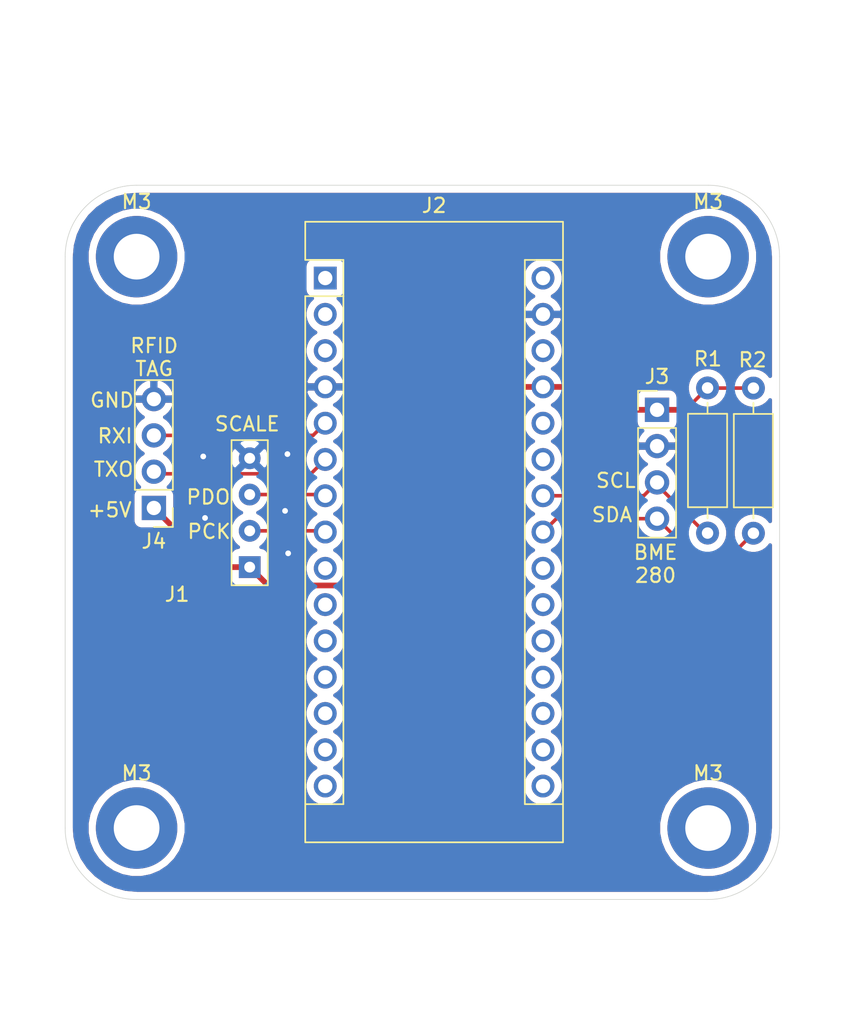
<source format=kicad_pcb>
(kicad_pcb (version 20171130) (host pcbnew 5.1.10-88a1d61d58~90~ubuntu20.04.1)

  (general
    (thickness 1.6)
    (drawings 19)
    (tracks 42)
    (zones 0)
    (modules 10)
    (nets 30)
  )

  (page A4)
  (layers
    (0 F.Cu signal)
    (31 B.Cu signal)
    (32 B.Adhes user)
    (33 F.Adhes user)
    (34 B.Paste user)
    (35 F.Paste user)
    (36 B.SilkS user)
    (37 F.SilkS user)
    (38 B.Mask user)
    (39 F.Mask user)
    (40 Dwgs.User user)
    (41 Cmts.User user)
    (42 Eco1.User user)
    (43 Eco2.User user)
    (44 Edge.Cuts user)
    (45 Margin user)
    (46 B.CrtYd user)
    (47 F.CrtYd user)
    (48 B.Fab user)
    (49 F.Fab user)
  )

  (setup
    (last_trace_width 0.25)
    (trace_clearance 0.2)
    (zone_clearance 0.508)
    (zone_45_only no)
    (trace_min 0.2)
    (via_size 0.8)
    (via_drill 0.4)
    (via_min_size 0.4)
    (via_min_drill 0.3)
    (uvia_size 0.3)
    (uvia_drill 0.1)
    (uvias_allowed no)
    (uvia_min_size 0.2)
    (uvia_min_drill 0.1)
    (edge_width 0.05)
    (segment_width 0.2)
    (pcb_text_width 0.3)
    (pcb_text_size 1.5 1.5)
    (mod_edge_width 0.12)
    (mod_text_size 1 1)
    (mod_text_width 0.15)
    (pad_size 1.524 1.524)
    (pad_drill 0.762)
    (pad_to_mask_clearance 0)
    (aux_axis_origin 0 0)
    (visible_elements FFFFFF7F)
    (pcbplotparams
      (layerselection 0x010fc_ffffffff)
      (usegerberextensions false)
      (usegerberattributes true)
      (usegerberadvancedattributes true)
      (creategerberjobfile true)
      (excludeedgelayer true)
      (linewidth 0.100000)
      (plotframeref false)
      (viasonmask false)
      (mode 1)
      (useauxorigin false)
      (hpglpennumber 1)
      (hpglpenspeed 20)
      (hpglpendiameter 15.000000)
      (psnegative false)
      (psa4output false)
      (plotreference true)
      (plotvalue true)
      (plotinvisibletext false)
      (padsonsilk false)
      (subtractmaskfromsilk false)
      (outputformat 1)
      (mirror false)
      (drillshape 0)
      (scaleselection 1)
      (outputdirectory "gerbers/"))
  )

  (net 0 "")
  (net 1 +5V)
  (net 2 /PD_SCK)
  (net 3 /PD_DOUT)
  (net 4 GND)
  (net 5 "Net-(J2-Pad1)")
  (net 6 "Net-(J2-Pad17)")
  (net 7 "Net-(J2-Pad2)")
  (net 8 "Net-(J2-Pad18)")
  (net 9 "Net-(J2-Pad3)")
  (net 10 "Net-(J2-Pad19)")
  (net 11 "Net-(J2-Pad20)")
  (net 12 /RFID_RXI)
  (net 13 "Net-(J2-Pad21)")
  (net 14 /RFID_TXO)
  (net 15 "Net-(J2-Pad22)")
  (net 16 /SDA)
  (net 17 /SCL)
  (net 18 "Net-(J2-Pad9)")
  (net 19 "Net-(J2-Pad25)")
  (net 20 "Net-(J2-Pad10)")
  (net 21 "Net-(J2-Pad26)")
  (net 22 "Net-(J2-Pad11)")
  (net 23 "Net-(J2-Pad12)")
  (net 24 "Net-(J2-Pad28)")
  (net 25 "Net-(J2-Pad13)")
  (net 26 "Net-(J2-Pad14)")
  (net 27 "Net-(J2-Pad30)")
  (net 28 "Net-(J2-Pad15)")
  (net 29 "Net-(J2-Pad16)")

  (net_class Default "This is the default net class."
    (clearance 0.2)
    (trace_width 0.25)
    (via_dia 0.8)
    (via_drill 0.4)
    (uvia_dia 0.3)
    (uvia_drill 0.1)
    (add_net +5V)
    (add_net /PD_DOUT)
    (add_net /PD_SCK)
    (add_net /RFID_RXI)
    (add_net /RFID_TXO)
    (add_net /SCL)
    (add_net /SDA)
    (add_net GND)
    (add_net "Net-(J2-Pad1)")
    (add_net "Net-(J2-Pad10)")
    (add_net "Net-(J2-Pad11)")
    (add_net "Net-(J2-Pad12)")
    (add_net "Net-(J2-Pad13)")
    (add_net "Net-(J2-Pad14)")
    (add_net "Net-(J2-Pad15)")
    (add_net "Net-(J2-Pad16)")
    (add_net "Net-(J2-Pad17)")
    (add_net "Net-(J2-Pad18)")
    (add_net "Net-(J2-Pad19)")
    (add_net "Net-(J2-Pad2)")
    (add_net "Net-(J2-Pad20)")
    (add_net "Net-(J2-Pad21)")
    (add_net "Net-(J2-Pad22)")
    (add_net "Net-(J2-Pad25)")
    (add_net "Net-(J2-Pad26)")
    (add_net "Net-(J2-Pad28)")
    (add_net "Net-(J2-Pad3)")
    (add_net "Net-(J2-Pad30)")
    (add_net "Net-(J2-Pad9)")
  )

  (module MountingHole:MountingHole_3.2mm_M3_ISO7380_Pad (layer F.Cu) (tedit 56D1B4CB) (tstamp 615CDD06)
    (at 43 168)
    (descr "Mounting Hole 3.2mm, M3, ISO7380")
    (tags "mounting hole 3.2mm m3 iso7380")
    (attr virtual)
    (fp_text reference M3 (at 0 -3.85) (layer F.SilkS)
      (effects (font (size 1 1) (thickness 0.15)))
    )
    (fp_text value MountingHole_3.2mm_M3_ISO7380_Pad (at 0 3.85) (layer F.Fab) hide
      (effects (font (size 1 1) (thickness 0.15)))
    )
    (fp_circle (center 0 0) (end 2.85 0) (layer Cmts.User) (width 0.15))
    (fp_circle (center 0 0) (end 3.1 0) (layer F.CrtYd) (width 0.05))
    (fp_text user %R (at 0.3 0) (layer F.Fab)
      (effects (font (size 1 1) (thickness 0.15)))
    )
    (pad 1 thru_hole circle (at 0 0) (size 5.7 5.7) (drill 3.2) (layers *.Cu *.Mask))
  )

  (module MountingHole:MountingHole_3.2mm_M3_ISO7380_Pad (layer F.Cu) (tedit 56D1B4CB) (tstamp 615CDD06)
    (at 83 168)
    (descr "Mounting Hole 3.2mm, M3, ISO7380")
    (tags "mounting hole 3.2mm m3 iso7380")
    (attr virtual)
    (fp_text reference M3 (at 0 -3.85) (layer F.SilkS)
      (effects (font (size 1 1) (thickness 0.15)))
    )
    (fp_text value MountingHole_3.2mm_M3_ISO7380_Pad (at 0 3.85) (layer F.Fab) hide
      (effects (font (size 1 1) (thickness 0.15)))
    )
    (fp_circle (center 0 0) (end 2.85 0) (layer Cmts.User) (width 0.15))
    (fp_circle (center 0 0) (end 3.1 0) (layer F.CrtYd) (width 0.05))
    (fp_text user %R (at 0.3 0) (layer F.Fab)
      (effects (font (size 1 1) (thickness 0.15)))
    )
    (pad 1 thru_hole circle (at 0 0) (size 5.7 5.7) (drill 3.2) (layers *.Cu *.Mask))
  )

  (module MountingHole:MountingHole_3.2mm_M3_ISO7380_Pad (layer F.Cu) (tedit 56D1B4CB) (tstamp 615CDD06)
    (at 83 128)
    (descr "Mounting Hole 3.2mm, M3, ISO7380")
    (tags "mounting hole 3.2mm m3 iso7380")
    (attr virtual)
    (fp_text reference M3 (at 0 -3.85) (layer F.SilkS)
      (effects (font (size 1 1) (thickness 0.15)))
    )
    (fp_text value MountingHole_3.2mm_M3_ISO7380_Pad (at 0 3.85) (layer F.Fab) hide
      (effects (font (size 1 1) (thickness 0.15)))
    )
    (fp_circle (center 0 0) (end 2.85 0) (layer Cmts.User) (width 0.15))
    (fp_circle (center 0 0) (end 3.1 0) (layer F.CrtYd) (width 0.05))
    (fp_text user %R (at 0.3 0) (layer F.Fab)
      (effects (font (size 1 1) (thickness 0.15)))
    )
    (pad 1 thru_hole circle (at 0 0) (size 5.7 5.7) (drill 3.2) (layers *.Cu *.Mask))
  )

  (module MountingHole:MountingHole_3.2mm_M3_ISO7380_Pad (layer F.Cu) (tedit 56D1B4CB) (tstamp 615CDD04)
    (at 43 128)
    (descr "Mounting Hole 3.2mm, M3, ISO7380")
    (tags "mounting hole 3.2mm m3 iso7380")
    (attr virtual)
    (fp_text reference M3 (at 0 -3.85) (layer F.SilkS)
      (effects (font (size 1 1) (thickness 0.15)))
    )
    (fp_text value MountingHole_3.2mm_M3_ISO7380_Pad (at 0 3.85) (layer F.Fab) hide
      (effects (font (size 1 1) (thickness 0.15)))
    )
    (fp_text user %R (at 0.3 0) (layer F.Fab)
      (effects (font (size 1 1) (thickness 0.15)))
    )
    (fp_circle (center 0 0) (end 2.85 0) (layer Cmts.User) (width 0.15))
    (fp_circle (center 0 0) (end 3.1 0) (layer F.CrtYd) (width 0.05))
    (pad 1 thru_hole circle (at 0 0) (size 5.7 5.7) (drill 3.2) (layers *.Cu *.Mask))
  )

  (module HX711MOD_F (layer F.Cu) (tedit 60B7DBCF) (tstamp 615CD1E3)
    (at 50.9143 149.733 180)
    (path /62B57971)
    (fp_text reference J1 (at 5.08 -1.905) (layer F.SilkS)
      (effects (font (size 1 1) (thickness 0.15)))
    )
    (fp_text value HX711MOD (at 0 -3.81) (layer F.Fab)
      (effects (font (size 1 1) (thickness 0.15)))
    )
    (fp_line (start -1.27 8.89) (end -1.27 -1.27) (layer F.SilkS) (width 0.12))
    (fp_line (start 1.27 8.89) (end -1.27 8.89) (layer F.SilkS) (width 0.12))
    (fp_line (start 1.27 -1.27) (end 1.27 8.89) (layer F.SilkS) (width 0.12))
    (fp_line (start -1.27 -1.27) (end 1.27 -1.27) (layer F.SilkS) (width 0.12))
    (pad 1 thru_hole rect (at 0 0 180) (size 1.524 1.524) (drill 0.762) (layers *.Cu *.Mask)
      (net 1 +5V))
    (pad 2 thru_hole circle (at 0 2.54 180) (size 1.524 1.524) (drill 0.762) (layers *.Cu *.Mask)
      (net 2 /PD_SCK))
    (pad 3 thru_hole circle (at 0 5.08 180) (size 1.524 1.524) (drill 0.762) (layers *.Cu *.Mask)
      (net 3 /PD_DOUT))
    (pad 4 thru_hole circle (at 0 7.62 180) (size 1.524 1.524) (drill 0.762) (layers *.Cu *.Mask)
      (net 4 GND))
  )

  (module Module:Arduino_Nano (layer F.Cu) (tedit 58ACAF70) (tstamp 615CD220)
    (at 56.203101 129.497501)
    (descr "Arduino Nano, http://www.mouser.com/pdfdocs/Gravitech_Arduino_Nano3_0.pdf")
    (tags "Arduino Nano")
    (path /62B75E1B)
    (fp_text reference J2 (at 7.62 -5.08) (layer F.SilkS)
      (effects (font (size 1 1) (thickness 0.15)))
    )
    (fp_text value Arduino_Nano_v3.x (at 8.89 19.05 90) (layer F.Fab)
      (effects (font (size 1 1) (thickness 0.15)))
    )
    (fp_line (start 16.75 42.16) (end -1.53 42.16) (layer F.CrtYd) (width 0.05))
    (fp_line (start 16.75 42.16) (end 16.75 -4.06) (layer F.CrtYd) (width 0.05))
    (fp_line (start -1.53 -4.06) (end -1.53 42.16) (layer F.CrtYd) (width 0.05))
    (fp_line (start -1.53 -4.06) (end 16.75 -4.06) (layer F.CrtYd) (width 0.05))
    (fp_line (start 16.51 -3.81) (end 16.51 39.37) (layer F.Fab) (width 0.1))
    (fp_line (start 0 -3.81) (end 16.51 -3.81) (layer F.Fab) (width 0.1))
    (fp_line (start -1.27 -2.54) (end 0 -3.81) (layer F.Fab) (width 0.1))
    (fp_line (start -1.27 39.37) (end -1.27 -2.54) (layer F.Fab) (width 0.1))
    (fp_line (start 16.51 39.37) (end -1.27 39.37) (layer F.Fab) (width 0.1))
    (fp_line (start 16.64 -3.94) (end -1.4 -3.94) (layer F.SilkS) (width 0.12))
    (fp_line (start 16.64 39.5) (end 16.64 -3.94) (layer F.SilkS) (width 0.12))
    (fp_line (start -1.4 39.5) (end 16.64 39.5) (layer F.SilkS) (width 0.12))
    (fp_line (start 3.81 41.91) (end 3.81 31.75) (layer F.Fab) (width 0.1))
    (fp_line (start 11.43 41.91) (end 3.81 41.91) (layer F.Fab) (width 0.1))
    (fp_line (start 11.43 31.75) (end 11.43 41.91) (layer F.Fab) (width 0.1))
    (fp_line (start 3.81 31.75) (end 11.43 31.75) (layer F.Fab) (width 0.1))
    (fp_line (start 1.27 36.83) (end -1.4 36.83) (layer F.SilkS) (width 0.12))
    (fp_line (start 1.27 1.27) (end 1.27 36.83) (layer F.SilkS) (width 0.12))
    (fp_line (start 1.27 1.27) (end -1.4 1.27) (layer F.SilkS) (width 0.12))
    (fp_line (start 13.97 36.83) (end 16.64 36.83) (layer F.SilkS) (width 0.12))
    (fp_line (start 13.97 -1.27) (end 13.97 36.83) (layer F.SilkS) (width 0.12))
    (fp_line (start 13.97 -1.27) (end 16.64 -1.27) (layer F.SilkS) (width 0.12))
    (fp_line (start -1.4 -3.94) (end -1.4 -1.27) (layer F.SilkS) (width 0.12))
    (fp_line (start -1.4 1.27) (end -1.4 39.5) (layer F.SilkS) (width 0.12))
    (fp_line (start 1.27 -1.27) (end -1.4 -1.27) (layer F.SilkS) (width 0.12))
    (fp_line (start 1.27 1.27) (end 1.27 -1.27) (layer F.SilkS) (width 0.12))
    (fp_text user %R (at 6.35 19.05 90) (layer F.Fab)
      (effects (font (size 1 1) (thickness 0.15)))
    )
    (pad 1 thru_hole rect (at 0 0) (size 1.6 1.6) (drill 1) (layers *.Cu *.Mask)
      (net 5 "Net-(J2-Pad1)"))
    (pad 17 thru_hole oval (at 15.24 33.02) (size 1.6 1.6) (drill 1) (layers *.Cu *.Mask)
      (net 6 "Net-(J2-Pad17)"))
    (pad 2 thru_hole oval (at 0 2.54) (size 1.6 1.6) (drill 1) (layers *.Cu *.Mask)
      (net 7 "Net-(J2-Pad2)"))
    (pad 18 thru_hole oval (at 15.24 30.48) (size 1.6 1.6) (drill 1) (layers *.Cu *.Mask)
      (net 8 "Net-(J2-Pad18)"))
    (pad 3 thru_hole oval (at 0 5.08) (size 1.6 1.6) (drill 1) (layers *.Cu *.Mask)
      (net 9 "Net-(J2-Pad3)"))
    (pad 19 thru_hole oval (at 15.24 27.94) (size 1.6 1.6) (drill 1) (layers *.Cu *.Mask)
      (net 10 "Net-(J2-Pad19)"))
    (pad 4 thru_hole oval (at 0 7.62) (size 1.6 1.6) (drill 1) (layers *.Cu *.Mask)
      (net 4 GND))
    (pad 20 thru_hole oval (at 15.24 25.4) (size 1.6 1.6) (drill 1) (layers *.Cu *.Mask)
      (net 11 "Net-(J2-Pad20)"))
    (pad 5 thru_hole oval (at 0 10.16) (size 1.6 1.6) (drill 1) (layers *.Cu *.Mask)
      (net 12 /RFID_RXI))
    (pad 21 thru_hole oval (at 15.24 22.86) (size 1.6 1.6) (drill 1) (layers *.Cu *.Mask)
      (net 13 "Net-(J2-Pad21)"))
    (pad 6 thru_hole oval (at 0 12.7) (size 1.6 1.6) (drill 1) (layers *.Cu *.Mask)
      (net 14 /RFID_TXO))
    (pad 22 thru_hole oval (at 15.24 20.32) (size 1.6 1.6) (drill 1) (layers *.Cu *.Mask)
      (net 15 "Net-(J2-Pad22)"))
    (pad 7 thru_hole oval (at 0 15.24) (size 1.6 1.6) (drill 1) (layers *.Cu *.Mask)
      (net 3 /PD_DOUT))
    (pad 23 thru_hole oval (at 15.24 17.78) (size 1.6 1.6) (drill 1) (layers *.Cu *.Mask)
      (net 16 /SDA))
    (pad 8 thru_hole oval (at 0 17.78) (size 1.6 1.6) (drill 1) (layers *.Cu *.Mask)
      (net 2 /PD_SCK))
    (pad 24 thru_hole oval (at 15.24 15.24) (size 1.6 1.6) (drill 1) (layers *.Cu *.Mask)
      (net 17 /SCL))
    (pad 9 thru_hole oval (at 0 20.32) (size 1.6 1.6) (drill 1) (layers *.Cu *.Mask)
      (net 18 "Net-(J2-Pad9)"))
    (pad 25 thru_hole oval (at 15.24 12.7) (size 1.6 1.6) (drill 1) (layers *.Cu *.Mask)
      (net 19 "Net-(J2-Pad25)"))
    (pad 10 thru_hole oval (at 0 22.86) (size 1.6 1.6) (drill 1) (layers *.Cu *.Mask)
      (net 20 "Net-(J2-Pad10)"))
    (pad 26 thru_hole oval (at 15.24 10.16) (size 1.6 1.6) (drill 1) (layers *.Cu *.Mask)
      (net 21 "Net-(J2-Pad26)"))
    (pad 11 thru_hole oval (at 0 25.4) (size 1.6 1.6) (drill 1) (layers *.Cu *.Mask)
      (net 22 "Net-(J2-Pad11)"))
    (pad 27 thru_hole oval (at 15.24 7.62) (size 1.6 1.6) (drill 1) (layers *.Cu *.Mask)
      (net 1 +5V))
    (pad 12 thru_hole oval (at 0 27.94) (size 1.6 1.6) (drill 1) (layers *.Cu *.Mask)
      (net 23 "Net-(J2-Pad12)"))
    (pad 28 thru_hole oval (at 15.24 5.08) (size 1.6 1.6) (drill 1) (layers *.Cu *.Mask)
      (net 24 "Net-(J2-Pad28)"))
    (pad 13 thru_hole oval (at 0 30.48) (size 1.6 1.6) (drill 1) (layers *.Cu *.Mask)
      (net 25 "Net-(J2-Pad13)"))
    (pad 29 thru_hole oval (at 15.24 2.54) (size 1.6 1.6) (drill 1) (layers *.Cu *.Mask)
      (net 4 GND))
    (pad 14 thru_hole oval (at 0 33.02) (size 1.6 1.6) (drill 1) (layers *.Cu *.Mask)
      (net 26 "Net-(J2-Pad14)"))
    (pad 30 thru_hole oval (at 15.24 0) (size 1.6 1.6) (drill 1) (layers *.Cu *.Mask)
      (net 27 "Net-(J2-Pad30)"))
    (pad 15 thru_hole oval (at 0 35.56) (size 1.6 1.6) (drill 1) (layers *.Cu *.Mask)
      (net 28 "Net-(J2-Pad15)"))
    (pad 16 thru_hole oval (at 15.24 35.56) (size 1.6 1.6) (drill 1) (layers *.Cu *.Mask)
      (net 29 "Net-(J2-Pad16)"))
    (model ${KISYS3DMOD}/Module.3dshapes/Arduino_Nano_WithMountingHoles.wrl
      (at (xyz 0 0 0))
      (scale (xyz 1 1 1))
      (rotate (xyz 0 0 0))
    )
  )

  (module Connector_PinHeader_2.54mm:PinHeader_1x04_P2.54mm_Vertical (layer F.Cu) (tedit 59FED5CC) (tstamp 615CD238)
    (at 79.4258 138.7221)
    (descr "Through hole straight pin header, 1x04, 2.54mm pitch, single row")
    (tags "Through hole pin header THT 1x04 2.54mm single row")
    (path /62B6536C)
    (fp_text reference J3 (at 0 -2.33) (layer F.SilkS)
      (effects (font (size 1 1) (thickness 0.15)))
    )
    (fp_text value BME-280 (at 0.2032 10.7188) (layer F.Fab)
      (effects (font (size 1 1) (thickness 0.15)))
    )
    (fp_text user %R (at 0 3.81 90) (layer F.Fab)
      (effects (font (size 1 1) (thickness 0.15)))
    )
    (fp_line (start -0.635 -1.27) (end 1.27 -1.27) (layer F.Fab) (width 0.1))
    (fp_line (start 1.27 -1.27) (end 1.27 8.89) (layer F.Fab) (width 0.1))
    (fp_line (start 1.27 8.89) (end -1.27 8.89) (layer F.Fab) (width 0.1))
    (fp_line (start -1.27 8.89) (end -1.27 -0.635) (layer F.Fab) (width 0.1))
    (fp_line (start -1.27 -0.635) (end -0.635 -1.27) (layer F.Fab) (width 0.1))
    (fp_line (start -1.33 8.95) (end 1.33 8.95) (layer F.SilkS) (width 0.12))
    (fp_line (start -1.33 1.27) (end -1.33 8.95) (layer F.SilkS) (width 0.12))
    (fp_line (start 1.33 1.27) (end 1.33 8.95) (layer F.SilkS) (width 0.12))
    (fp_line (start -1.33 1.27) (end 1.33 1.27) (layer F.SilkS) (width 0.12))
    (fp_line (start -1.33 0) (end -1.33 -1.33) (layer F.SilkS) (width 0.12))
    (fp_line (start -1.33 -1.33) (end 0 -1.33) (layer F.SilkS) (width 0.12))
    (fp_line (start -1.8 -1.8) (end -1.8 9.4) (layer F.CrtYd) (width 0.05))
    (fp_line (start -1.8 9.4) (end 1.8 9.4) (layer F.CrtYd) (width 0.05))
    (fp_line (start 1.8 9.4) (end 1.8 -1.8) (layer F.CrtYd) (width 0.05))
    (fp_line (start 1.8 -1.8) (end -1.8 -1.8) (layer F.CrtYd) (width 0.05))
    (pad 4 thru_hole oval (at 0 7.62) (size 1.7 1.7) (drill 1) (layers *.Cu *.Mask)
      (net 16 /SDA))
    (pad 3 thru_hole oval (at 0 5.08) (size 1.7 1.7) (drill 1) (layers *.Cu *.Mask)
      (net 17 /SCL))
    (pad 2 thru_hole oval (at 0 2.54) (size 1.7 1.7) (drill 1) (layers *.Cu *.Mask)
      (net 4 GND))
    (pad 1 thru_hole rect (at 0 0) (size 1.7 1.7) (drill 1) (layers *.Cu *.Mask)
      (net 1 +5V))
    (model ${KISYS3DMOD}/Connector_PinHeader_2.54mm.3dshapes/PinHeader_1x04_P2.54mm_Vertical.wrl
      (at (xyz 0 0 0))
      (scale (xyz 1 1 1))
      (rotate (xyz 0 0 0))
    )
  )

  (module Connector_PinHeader_2.54mm:PinHeader_1x04_P2.54mm_Vertical (layer F.Cu) (tedit 59FED5CC) (tstamp 615CD250)
    (at 44.2087 145.5928 180)
    (descr "Through hole straight pin header, 1x04, 2.54mm pitch, single row")
    (tags "Through hole pin header THT 1x04 2.54mm single row")
    (path /62B59D07)
    (fp_text reference J4 (at 0 -2.33) (layer F.SilkS)
      (effects (font (size 1 1) (thickness 0.15)))
    )
    (fp_text value RFID (at 0 9.95) (layer F.Fab)
      (effects (font (size 1 1) (thickness 0.15)))
    )
    (fp_line (start 1.8 -1.8) (end -1.8 -1.8) (layer F.CrtYd) (width 0.05))
    (fp_line (start 1.8 9.4) (end 1.8 -1.8) (layer F.CrtYd) (width 0.05))
    (fp_line (start -1.8 9.4) (end 1.8 9.4) (layer F.CrtYd) (width 0.05))
    (fp_line (start -1.8 -1.8) (end -1.8 9.4) (layer F.CrtYd) (width 0.05))
    (fp_line (start -1.33 -1.33) (end 0 -1.33) (layer F.SilkS) (width 0.12))
    (fp_line (start -1.33 0) (end -1.33 -1.33) (layer F.SilkS) (width 0.12))
    (fp_line (start -1.33 1.27) (end 1.33 1.27) (layer F.SilkS) (width 0.12))
    (fp_line (start 1.33 1.27) (end 1.33 8.95) (layer F.SilkS) (width 0.12))
    (fp_line (start -1.33 1.27) (end -1.33 8.95) (layer F.SilkS) (width 0.12))
    (fp_line (start -1.33 8.95) (end 1.33 8.95) (layer F.SilkS) (width 0.12))
    (fp_line (start -1.27 -0.635) (end -0.635 -1.27) (layer F.Fab) (width 0.1))
    (fp_line (start -1.27 8.89) (end -1.27 -0.635) (layer F.Fab) (width 0.1))
    (fp_line (start 1.27 8.89) (end -1.27 8.89) (layer F.Fab) (width 0.1))
    (fp_line (start 1.27 -1.27) (end 1.27 8.89) (layer F.Fab) (width 0.1))
    (fp_line (start -0.635 -1.27) (end 1.27 -1.27) (layer F.Fab) (width 0.1))
    (fp_text user %R (at 0 3.81 90) (layer F.Fab)
      (effects (font (size 1 1) (thickness 0.15)))
    )
    (pad 1 thru_hole rect (at 0 0 180) (size 1.7 1.7) (drill 1) (layers *.Cu *.Mask)
      (net 1 +5V))
    (pad 2 thru_hole oval (at 0 2.54 180) (size 1.7 1.7) (drill 1) (layers *.Cu *.Mask)
      (net 14 /RFID_TXO))
    (pad 3 thru_hole oval (at 0 5.08 180) (size 1.7 1.7) (drill 1) (layers *.Cu *.Mask)
      (net 12 /RFID_RXI))
    (pad 4 thru_hole oval (at 0 7.62 180) (size 1.7 1.7) (drill 1) (layers *.Cu *.Mask)
      (net 4 GND))
    (model ${KISYS3DMOD}/Connector_PinHeader_2.54mm.3dshapes/PinHeader_1x04_P2.54mm_Vertical.wrl
      (at (xyz 0 0 0))
      (scale (xyz 1 1 1))
      (rotate (xyz 0 0 0))
    )
  )

  (module Resistor_THT:R_Axial_DIN0207_L6.3mm_D2.5mm_P10.16mm_Horizontal (layer F.Cu) (tedit 5AE5139B) (tstamp 615CE148)
    (at 82.96 147.35 90)
    (descr "Resistor, Axial_DIN0207 series, Axial, Horizontal, pin pitch=10.16mm, 0.25W = 1/4W, length*diameter=6.3*2.5mm^2, http://cdn-reichelt.de/documents/datenblatt/B400/1_4W%23YAG.pdf")
    (tags "Resistor Axial_DIN0207 series Axial Horizontal pin pitch 10.16mm 0.25W = 1/4W length 6.3mm diameter 2.5mm")
    (path /62BB0F52)
    (fp_text reference R1 (at 12.19 0.02 180) (layer F.SilkS)
      (effects (font (size 1 1) (thickness 0.15)))
    )
    (fp_text value 3.9K (at 5.08 2.37 90) (layer F.Fab)
      (effects (font (size 1 1) (thickness 0.15)))
    )
    (fp_text user %R (at 5.08 0 90) (layer F.Fab)
      (effects (font (size 1 1) (thickness 0.15)))
    )
    (fp_line (start 1.93 -1.25) (end 1.93 1.25) (layer F.Fab) (width 0.1))
    (fp_line (start 1.93 1.25) (end 8.23 1.25) (layer F.Fab) (width 0.1))
    (fp_line (start 8.23 1.25) (end 8.23 -1.25) (layer F.Fab) (width 0.1))
    (fp_line (start 8.23 -1.25) (end 1.93 -1.25) (layer F.Fab) (width 0.1))
    (fp_line (start 0 0) (end 1.93 0) (layer F.Fab) (width 0.1))
    (fp_line (start 10.16 0) (end 8.23 0) (layer F.Fab) (width 0.1))
    (fp_line (start 1.81 -1.37) (end 1.81 1.37) (layer F.SilkS) (width 0.12))
    (fp_line (start 1.81 1.37) (end 8.35 1.37) (layer F.SilkS) (width 0.12))
    (fp_line (start 8.35 1.37) (end 8.35 -1.37) (layer F.SilkS) (width 0.12))
    (fp_line (start 8.35 -1.37) (end 1.81 -1.37) (layer F.SilkS) (width 0.12))
    (fp_line (start 1.04 0) (end 1.81 0) (layer F.SilkS) (width 0.12))
    (fp_line (start 9.12 0) (end 8.35 0) (layer F.SilkS) (width 0.12))
    (fp_line (start -1.05 -1.5) (end -1.05 1.5) (layer F.CrtYd) (width 0.05))
    (fp_line (start -1.05 1.5) (end 11.21 1.5) (layer F.CrtYd) (width 0.05))
    (fp_line (start 11.21 1.5) (end 11.21 -1.5) (layer F.CrtYd) (width 0.05))
    (fp_line (start 11.21 -1.5) (end -1.05 -1.5) (layer F.CrtYd) (width 0.05))
    (pad 2 thru_hole oval (at 10.16 0 90) (size 1.6 1.6) (drill 0.8) (layers *.Cu *.Mask)
      (net 1 +5V))
    (pad 1 thru_hole circle (at 0 0 90) (size 1.6 1.6) (drill 0.8) (layers *.Cu *.Mask)
      (net 17 /SCL))
    (model ${KISYS3DMOD}/Resistor_THT.3dshapes/R_Axial_DIN0207_L6.3mm_D2.5mm_P10.16mm_Horizontal.wrl
      (at (xyz 0 0 0))
      (scale (xyz 1 1 1))
      (rotate (xyz 0 0 0))
    )
  )

  (module Resistor_THT:R_Axial_DIN0207_L6.3mm_D2.5mm_P10.16mm_Horizontal (layer F.Cu) (tedit 5AE5139B) (tstamp 615CE15F)
    (at 86.17 137.2 270)
    (descr "Resistor, Axial_DIN0207 series, Axial, Horizontal, pin pitch=10.16mm, 0.25W = 1/4W, length*diameter=6.3*2.5mm^2, http://cdn-reichelt.de/documents/datenblatt/B400/1_4W%23YAG.pdf")
    (tags "Resistor Axial_DIN0207 series Axial Horizontal pin pitch 10.16mm 0.25W = 1/4W length 6.3mm diameter 2.5mm")
    (path /62BB0725)
    (fp_text reference R2 (at -1.97 0.06 180) (layer F.SilkS)
      (effects (font (size 1 1) (thickness 0.15)))
    )
    (fp_text value 3.9K (at 5.08 2.37 90) (layer F.Fab)
      (effects (font (size 1 1) (thickness 0.15)))
    )
    (fp_line (start 11.21 -1.5) (end -1.05 -1.5) (layer F.CrtYd) (width 0.05))
    (fp_line (start 11.21 1.5) (end 11.21 -1.5) (layer F.CrtYd) (width 0.05))
    (fp_line (start -1.05 1.5) (end 11.21 1.5) (layer F.CrtYd) (width 0.05))
    (fp_line (start -1.05 -1.5) (end -1.05 1.5) (layer F.CrtYd) (width 0.05))
    (fp_line (start 9.12 0) (end 8.35 0) (layer F.SilkS) (width 0.12))
    (fp_line (start 1.04 0) (end 1.81 0) (layer F.SilkS) (width 0.12))
    (fp_line (start 8.35 -1.37) (end 1.81 -1.37) (layer F.SilkS) (width 0.12))
    (fp_line (start 8.35 1.37) (end 8.35 -1.37) (layer F.SilkS) (width 0.12))
    (fp_line (start 1.81 1.37) (end 8.35 1.37) (layer F.SilkS) (width 0.12))
    (fp_line (start 1.81 -1.37) (end 1.81 1.37) (layer F.SilkS) (width 0.12))
    (fp_line (start 10.16 0) (end 8.23 0) (layer F.Fab) (width 0.1))
    (fp_line (start 0 0) (end 1.93 0) (layer F.Fab) (width 0.1))
    (fp_line (start 8.23 -1.25) (end 1.93 -1.25) (layer F.Fab) (width 0.1))
    (fp_line (start 8.23 1.25) (end 8.23 -1.25) (layer F.Fab) (width 0.1))
    (fp_line (start 1.93 1.25) (end 8.23 1.25) (layer F.Fab) (width 0.1))
    (fp_line (start 1.93 -1.25) (end 1.93 1.25) (layer F.Fab) (width 0.1))
    (fp_text user %R (at 5.08 0 90) (layer F.Fab)
      (effects (font (size 1 1) (thickness 0.15)))
    )
    (pad 1 thru_hole circle (at 0 0 270) (size 1.6 1.6) (drill 0.8) (layers *.Cu *.Mask)
      (net 1 +5V))
    (pad 2 thru_hole oval (at 10.16 0 270) (size 1.6 1.6) (drill 0.8) (layers *.Cu *.Mask)
      (net 16 /SDA))
    (model ${KISYS3DMOD}/Resistor_THT.3dshapes/R_Axial_DIN0207_L6.3mm_D2.5mm_P10.16mm_Horizontal.wrl
      (at (xyz 0 0 0))
      (scale (xyz 1 1 1))
      (rotate (xyz 0 0 0))
    )
  )

  (gr_text "BME\n280" (at 79.32 149.51) (layer F.SilkS)
    (effects (font (size 1 1) (thickness 0.15)))
  )
  (gr_text SDA (at 76.27 146.07) (layer F.SilkS)
    (effects (font (size 1 1) (thickness 0.15)))
  )
  (gr_text SCL (at 76.54 143.67) (layer F.SilkS)
    (effects (font (size 1 1) (thickness 0.15)))
  )
  (gr_text SCALE (at 50.74 139.71) (layer F.SilkS)
    (effects (font (size 1 1) (thickness 0.15)))
  )
  (gr_text PCK (at 48.07 147.24) (layer F.SilkS)
    (effects (font (size 1 1) (thickness 0.15)))
  )
  (gr_text PDO (at 48.02 144.83) (layer F.SilkS)
    (effects (font (size 1 1) (thickness 0.15)))
  )
  (gr_text +5V (at 41.12 145.73) (layer F.SilkS)
    (effects (font (size 1 1) (thickness 0.15)))
  )
  (gr_text GND (at 41.28 138.05) (layer F.SilkS)
    (effects (font (size 1 1) (thickness 0.15)))
  )
  (gr_text TXO (at 41.39 142.89) (layer F.SilkS)
    (effects (font (size 1 1) (thickness 0.15)))
  )
  (gr_text RXI (at 41.49 140.55) (layer F.SilkS)
    (effects (font (size 1 1) (thickness 0.15)))
  )
  (gr_text "RFID\nTAG" (at 44.23 135.04) (layer F.SilkS)
    (effects (font (size 1 1) (thickness 0.15)))
  )
  (gr_arc (start 43 168) (end 38 168) (angle -90) (layer Edge.Cuts) (width 0.05))
  (gr_arc (start 83 168) (end 83 173) (angle -90) (layer Edge.Cuts) (width 0.05))
  (gr_arc (start 83 128) (end 88 128) (angle -90) (layer Edge.Cuts) (width 0.05))
  (gr_arc (start 43 128) (end 43 123) (angle -90) (layer Edge.Cuts) (width 0.05))
  (gr_line (start 83 123) (end 43 123) (layer Edge.Cuts) (width 0.05) (tstamp 615CDCE7))
  (gr_line (start 88 168) (end 88 128) (layer Edge.Cuts) (width 0.05))
  (gr_line (start 43 173) (end 83 173) (layer Edge.Cuts) (width 0.05))
  (gr_line (start 38 168) (end 38 128) (layer Edge.Cuts) (width 0.05) (tstamp 615CD853))

  (segment (start 79.4258 138.7221) (end 81.8007 138.7221) (width 0.4) (layer F.Cu) (net 1))
  (segment (start 79.4258 138.7221) (end 76.6191 138.7221) (width 0.4) (layer F.Cu) (net 1))
  (segment (start 75.014501 137.117501) (end 71.443101 137.117501) (width 0.4) (layer F.Cu) (net 1))
  (segment (start 76.6191 138.7221) (end 75.014501 137.117501) (width 0.4) (layer F.Cu) (net 1))
  (segment (start 52.198802 151.017502) (end 61.123298 151.017502) (width 0.4) (layer F.Cu) (net 1))
  (segment (start 50.9143 149.733) (end 52.198802 151.017502) (width 0.4) (layer F.Cu) (net 1))
  (segment (start 61.123298 151.017502) (end 66.5861 145.5547) (width 0.4) (layer F.Cu) (net 1))
  (segment (start 66.5861 145.5547) (end 66.5861 139.5984) (width 0.4) (layer F.Cu) (net 1))
  (segment (start 69.066999 137.117501) (end 71.443101 137.117501) (width 0.4) (layer F.Cu) (net 1))
  (segment (start 66.5861 139.5984) (end 69.066999 137.117501) (width 0.4) (layer F.Cu) (net 1))
  (segment (start 48.3489 149.733) (end 44.2087 145.5928) (width 0.4) (layer F.Cu) (net 1))
  (segment (start 50.9143 149.733) (end 48.3489 149.733) (width 0.4) (layer F.Cu) (net 1))
  (segment (start 81.8007 138.3493) (end 82.96 137.19) (width 0.25) (layer F.Cu) (net 1))
  (segment (start 81.8007 138.7221) (end 81.8007 138.3493) (width 0.25) (layer F.Cu) (net 1))
  (segment (start 82.97 137.2) (end 82.96 137.19) (width 0.25) (layer F.Cu) (net 1))
  (segment (start 86.17 137.2) (end 82.97 137.2) (width 0.25) (layer F.Cu) (net 1))
  (segment (start 56.1186 147.193) (end 56.203101 147.277501) (width 0.25) (layer F.Cu) (net 2))
  (segment (start 50.9143 147.193) (end 56.1186 147.193) (width 0.25) (layer F.Cu) (net 2))
  (segment (start 56.1186 144.653) (end 56.203101 144.737501) (width 0.25) (layer F.Cu) (net 3))
  (segment (start 50.9143 144.653) (end 56.1186 144.653) (width 0.25) (layer F.Cu) (net 3))
  (via (at 47.7901 146.2913) (size 0.8) (drill 0.4) (layers F.Cu B.Cu) (net 4))
  (via (at 47.6631 141.986) (size 0.8) (drill 0.4) (layers F.Cu B.Cu) (net 4))
  (via (at 53.5559 141.8209) (size 0.8) (drill 0.4) (layers F.Cu B.Cu) (net 4))
  (via (at 53.3908 145.796) (size 0.8) (drill 0.4) (layers F.Cu B.Cu) (net 4))
  (via (at 53.6067 148.7678) (size 0.8) (drill 0.4) (layers F.Cu B.Cu) (net 4))
  (segment (start 55.347802 140.5128) (end 56.203101 139.657501) (width 0.25) (layer F.Cu) (net 12))
  (segment (start 44.2087 140.5128) (end 55.347802 140.5128) (width 0.25) (layer F.Cu) (net 12))
  (segment (start 55.200601 143.200001) (end 56.203101 142.197501) (width 0.25) (layer F.Cu) (net 14))
  (segment (start 44.355901 143.200001) (end 55.200601 143.200001) (width 0.25) (layer F.Cu) (net 14))
  (segment (start 44.2087 143.0528) (end 44.355901 143.200001) (width 0.25) (layer F.Cu) (net 14))
  (segment (start 72.378502 146.3421) (end 71.443101 147.277501) (width 0.25) (layer F.Cu) (net 16))
  (segment (start 79.4258 146.3421) (end 72.378502 146.3421) (width 0.25) (layer F.Cu) (net 16))
  (segment (start 79.4385 146.3548) (end 79.4258 146.3421) (width 0.25) (layer F.Cu) (net 16))
  (segment (start 79.4258 146.3421) (end 82.4737 149.39) (width 0.25) (layer F.Cu) (net 16))
  (segment (start 84.14 149.39) (end 86.17 147.36) (width 0.25) (layer F.Cu) (net 16))
  (segment (start 82.4737 149.39) (end 84.14 149.39) (width 0.25) (layer F.Cu) (net 16))
  (segment (start 78.490399 144.737501) (end 79.4258 143.8021) (width 0.25) (layer F.Cu) (net 17))
  (segment (start 71.443101 144.737501) (end 78.490399 144.737501) (width 0.25) (layer F.Cu) (net 17))
  (segment (start 79.4385 143.8148) (end 79.4258 143.8021) (width 0.25) (layer F.Cu) (net 17))
  (segment (start 82.802398 147.35) (end 82.96 147.35) (width 0.25) (layer F.Cu) (net 17))
  (segment (start 79.4258 143.973402) (end 82.802398 147.35) (width 0.25) (layer F.Cu) (net 17))
  (segment (start 79.4258 143.8021) (end 79.4258 143.973402) (width 0.25) (layer F.Cu) (net 17))

  (zone (net 4) (net_name GND) (layer F.Cu) (tstamp 615CE493) (hatch edge 0.508)
    (connect_pads (clearance 0.508))
    (min_thickness 0.254)
    (fill yes (arc_segments 32) (thermal_gap 0.508) (thermal_bridge_width 0.508))
    (polygon
      (pts
        (xy 91.1352 115.6208) (xy 91.3003 181.6481) (xy 33.4391 180.8099) (xy 35.7886 112.268) (xy 90.6145 111.9759)
      )
    )
    (filled_polygon
      (pts
        (xy 83.768083 123.731173) (xy 84.511891 123.934656) (xy 85.207905 124.266638) (xy 85.83413 124.716626) (xy 86.370777 125.270403)
        (xy 86.800871 125.910451) (xy 87.110829 126.616553) (xy 87.292065 127.371457) (xy 87.340001 128.02422) (xy 87.340001 136.368099)
        (xy 87.284637 136.285241) (xy 87.084759 136.085363) (xy 86.849727 135.92832) (xy 86.588574 135.820147) (xy 86.311335 135.765)
        (xy 86.028665 135.765) (xy 85.751426 135.820147) (xy 85.490273 135.92832) (xy 85.255241 136.085363) (xy 85.055363 136.285241)
        (xy 84.951957 136.44) (xy 84.184725 136.44) (xy 84.074637 136.275241) (xy 83.874759 136.075363) (xy 83.639727 135.91832)
        (xy 83.378574 135.810147) (xy 83.101335 135.755) (xy 82.818665 135.755) (xy 82.541426 135.810147) (xy 82.280273 135.91832)
        (xy 82.045241 136.075363) (xy 81.845363 136.275241) (xy 81.68832 136.510273) (xy 81.580147 136.771426) (xy 81.525 137.048665)
        (xy 81.525 137.331335) (xy 81.561312 137.513886) (xy 81.289701 137.785498) (xy 81.260699 137.809299) (xy 81.196849 137.8871)
        (xy 80.913872 137.8871) (xy 80.913872 137.8721) (xy 80.901612 137.747618) (xy 80.865302 137.62792) (xy 80.806337 137.517606)
        (xy 80.726985 137.420915) (xy 80.630294 137.341563) (xy 80.51998 137.282598) (xy 80.400282 137.246288) (xy 80.2758 137.234028)
        (xy 78.5758 137.234028) (xy 78.451318 137.246288) (xy 78.33162 137.282598) (xy 78.221306 137.341563) (xy 78.124615 137.420915)
        (xy 78.045263 137.517606) (xy 77.986298 137.62792) (xy 77.949988 137.747618) (xy 77.937728 137.8721) (xy 77.937728 137.8871)
        (xy 76.964969 137.8871) (xy 75.633947 136.55608) (xy 75.607792 136.52421) (xy 75.480647 136.419865) (xy 75.335588 136.342329)
        (xy 75.17819 136.294583) (xy 75.05552 136.282501) (xy 75.055519 136.282501) (xy 75.014501 136.278461) (xy 74.973483 136.282501)
        (xy 72.611031 136.282501) (xy 72.557738 136.202742) (xy 72.35786 136.002864) (xy 72.125342 135.847501) (xy 72.35786 135.692138)
        (xy 72.557738 135.49226) (xy 72.714781 135.257228) (xy 72.822954 134.996075) (xy 72.878101 134.718836) (xy 72.878101 134.436166)
        (xy 72.822954 134.158927) (xy 72.714781 133.897774) (xy 72.557738 133.662742) (xy 72.35786 133.462864) (xy 72.122828 133.305821)
        (xy 72.112236 133.301434) (xy 72.298232 133.189886) (xy 72.50662 133.000915) (xy 72.674138 132.774921) (xy 72.794347 132.520588)
        (xy 72.835005 132.38654) (xy 72.713016 132.164501) (xy 71.570101 132.164501) (xy 71.570101 132.184501) (xy 71.316101 132.184501)
        (xy 71.316101 132.164501) (xy 70.173186 132.164501) (xy 70.051197 132.38654) (xy 70.091855 132.520588) (xy 70.212064 132.774921)
        (xy 70.379582 133.000915) (xy 70.58797 133.189886) (xy 70.773966 133.301434) (xy 70.763374 133.305821) (xy 70.528342 133.462864)
        (xy 70.328464 133.662742) (xy 70.171421 133.897774) (xy 70.063248 134.158927) (xy 70.008101 134.436166) (xy 70.008101 134.718836)
        (xy 70.063248 134.996075) (xy 70.171421 135.257228) (xy 70.328464 135.49226) (xy 70.528342 135.692138) (xy 70.76086 135.847501)
        (xy 70.528342 136.002864) (xy 70.328464 136.202742) (xy 70.275171 136.282501) (xy 69.108017 136.282501) (xy 69.066998 136.278461)
        (xy 69.02598 136.282501) (xy 68.90331 136.294583) (xy 68.745912 136.342329) (xy 68.600853 136.419865) (xy 68.473708 136.52421)
        (xy 68.447558 136.556074) (xy 66.024674 138.978959) (xy 65.99281 139.005109) (xy 65.951992 139.054846) (xy 65.888464 139.132255)
        (xy 65.810928 139.277314) (xy 65.763182 139.434712) (xy 65.74706 139.5984) (xy 65.751101 139.639428) (xy 65.7511 145.208831)
        (xy 60.777431 150.182502) (xy 57.59361 150.182502) (xy 57.638101 149.958836) (xy 57.638101 149.676166) (xy 57.582954 149.398927)
        (xy 57.474781 149.137774) (xy 57.317738 148.902742) (xy 57.11786 148.702864) (xy 56.885342 148.547501) (xy 57.11786 148.392138)
        (xy 57.317738 148.19226) (xy 57.474781 147.957228) (xy 57.582954 147.696075) (xy 57.638101 147.418836) (xy 57.638101 147.136166)
        (xy 57.582954 146.858927) (xy 57.474781 146.597774) (xy 57.317738 146.362742) (xy 57.11786 146.162864) (xy 56.885342 146.007501)
        (xy 57.11786 145.852138) (xy 57.317738 145.65226) (xy 57.474781 145.417228) (xy 57.582954 145.156075) (xy 57.638101 144.878836)
        (xy 57.638101 144.596166) (xy 57.582954 144.318927) (xy 57.474781 144.057774) (xy 57.317738 143.822742) (xy 57.11786 143.622864)
        (xy 56.885342 143.467501) (xy 57.11786 143.312138) (xy 57.317738 143.11226) (xy 57.474781 142.877228) (xy 57.582954 142.616075)
        (xy 57.638101 142.338836) (xy 57.638101 142.056166) (xy 57.582954 141.778927) (xy 57.474781 141.517774) (xy 57.317738 141.282742)
        (xy 57.11786 141.082864) (xy 56.885342 140.927501) (xy 57.11786 140.772138) (xy 57.317738 140.57226) (xy 57.474781 140.337228)
        (xy 57.582954 140.076075) (xy 57.638101 139.798836) (xy 57.638101 139.516166) (xy 57.582954 139.238927) (xy 57.474781 138.977774)
        (xy 57.317738 138.742742) (xy 57.11786 138.542864) (xy 56.882828 138.385821) (xy 56.872236 138.381434) (xy 57.058232 138.269886)
        (xy 57.26662 138.080915) (xy 57.434138 137.854921) (xy 57.554347 137.600588) (xy 57.595005 137.46654) (xy 57.473016 137.244501)
        (xy 56.330101 137.244501) (xy 56.330101 137.264501) (xy 56.076101 137.264501) (xy 56.076101 137.244501) (xy 54.933186 137.244501)
        (xy 54.811197 137.46654) (xy 54.851855 137.600588) (xy 54.972064 137.854921) (xy 55.139582 138.080915) (xy 55.34797 138.269886)
        (xy 55.533966 138.381434) (xy 55.523374 138.385821) (xy 55.288342 138.542864) (xy 55.088464 138.742742) (xy 54.931421 138.977774)
        (xy 54.823248 139.238927) (xy 54.768101 139.516166) (xy 54.768101 139.7528) (xy 45.486878 139.7528) (xy 45.362175 139.566168)
        (xy 45.155332 139.359325) (xy 44.973166 139.237605) (xy 45.090055 139.167978) (xy 45.306288 138.973069) (xy 45.480341 138.73972)
        (xy 45.605525 138.476899) (xy 45.650176 138.32969) (xy 45.528855 138.0998) (xy 44.3357 138.0998) (xy 44.3357 138.1198)
        (xy 44.0817 138.1198) (xy 44.0817 138.0998) (xy 42.888545 138.0998) (xy 42.767224 138.32969) (xy 42.811875 138.476899)
        (xy 42.937059 138.73972) (xy 43.111112 138.973069) (xy 43.327345 139.167978) (xy 43.444234 139.237605) (xy 43.262068 139.359325)
        (xy 43.055225 139.566168) (xy 42.89271 139.809389) (xy 42.780768 140.079642) (xy 42.7237 140.36654) (xy 42.7237 140.65906)
        (xy 42.780768 140.945958) (xy 42.89271 141.216211) (xy 43.055225 141.459432) (xy 43.262068 141.666275) (xy 43.43646 141.7828)
        (xy 43.262068 141.899325) (xy 43.055225 142.106168) (xy 42.89271 142.349389) (xy 42.780768 142.619642) (xy 42.7237 142.90654)
        (xy 42.7237 143.19906) (xy 42.780768 143.485958) (xy 42.89271 143.756211) (xy 43.055225 143.999432) (xy 43.18708 144.131287)
        (xy 43.11452 144.153298) (xy 43.004206 144.212263) (xy 42.907515 144.291615) (xy 42.828163 144.388306) (xy 42.769198 144.49862)
        (xy 42.732888 144.618318) (xy 42.720628 144.7428) (xy 42.720628 146.4428) (xy 42.732888 146.567282) (xy 42.769198 146.68698)
        (xy 42.828163 146.797294) (xy 42.907515 146.893985) (xy 43.004206 146.973337) (xy 43.11452 147.032302) (xy 43.234218 147.068612)
        (xy 43.3587 147.080872) (xy 44.515905 147.080872) (xy 47.729459 150.294427) (xy 47.755609 150.326291) (xy 47.874925 150.424211)
        (xy 47.882754 150.430636) (xy 48.027813 150.508172) (xy 48.185211 150.555918) (xy 48.3489 150.57204) (xy 48.389918 150.568)
        (xy 49.521418 150.568) (xy 49.526488 150.619482) (xy 49.562798 150.73918) (xy 49.621763 150.849494) (xy 49.701115 150.946185)
        (xy 49.797806 151.025537) (xy 49.90812 151.084502) (xy 50.027818 151.120812) (xy 50.1523 151.133072) (xy 51.133504 151.133072)
        (xy 51.57936 151.578928) (xy 51.605511 151.610793) (xy 51.687128 151.677774) (xy 51.732656 151.715138) (xy 51.877715 151.792674)
        (xy 52.035113 151.84042) (xy 52.198801 151.856542) (xy 52.23982 151.852502) (xy 54.859046 151.852502) (xy 54.823248 151.938927)
        (xy 54.768101 152.216166) (xy 54.768101 152.498836) (xy 54.823248 152.776075) (xy 54.931421 153.037228) (xy 55.088464 153.27226)
        (xy 55.288342 153.472138) (xy 55.52086 153.627501) (xy 55.288342 153.782864) (xy 55.088464 153.982742) (xy 54.931421 154.217774)
        (xy 54.823248 154.478927) (xy 54.768101 154.756166) (xy 54.768101 155.038836) (xy 54.823248 155.316075) (xy 54.931421 155.577228)
        (xy 55.088464 155.81226) (xy 55.288342 156.012138) (xy 55.52086 156.167501) (xy 55.288342 156.322864) (xy 55.088464 156.522742)
        (xy 54.931421 156.757774) (xy 54.823248 157.018927) (xy 54.768101 157.296166) (xy 54.768101 157.578836) (xy 54.823248 157.856075)
        (xy 54.931421 158.117228) (xy 55.088464 158.35226) (xy 55.288342 158.552138) (xy 55.52086 158.707501) (xy 55.288342 158.862864)
        (xy 55.088464 159.062742) (xy 54.931421 159.297774) (xy 54.823248 159.558927) (xy 54.768101 159.836166) (xy 54.768101 160.118836)
        (xy 54.823248 160.396075) (xy 54.931421 160.657228) (xy 55.088464 160.89226) (xy 55.288342 161.092138) (xy 55.52086 161.247501)
        (xy 55.288342 161.402864) (xy 55.088464 161.602742) (xy 54.931421 161.837774) (xy 54.823248 162.098927) (xy 54.768101 162.376166)
        (xy 54.768101 162.658836) (xy 54.823248 162.936075) (xy 54.931421 163.197228) (xy 55.088464 163.43226) (xy 55.288342 163.632138)
        (xy 55.52086 163.787501) (xy 55.288342 163.942864) (xy 55.088464 164.142742) (xy 54.931421 164.377774) (xy 54.823248 164.638927)
        (xy 54.768101 164.916166) (xy 54.768101 165.198836) (xy 54.823248 165.476075) (xy 54.931421 165.737228) (xy 55.088464 165.97226)
        (xy 55.288342 166.172138) (xy 55.523374 166.329181) (xy 55.784527 166.437354) (xy 56.061766 166.492501) (xy 56.344436 166.492501)
        (xy 56.621675 166.437354) (xy 56.882828 166.329181) (xy 57.11786 166.172138) (xy 57.317738 165.97226) (xy 57.474781 165.737228)
        (xy 57.582954 165.476075) (xy 57.638101 165.198836) (xy 57.638101 164.916166) (xy 57.582954 164.638927) (xy 57.474781 164.377774)
        (xy 57.317738 164.142742) (xy 57.11786 163.942864) (xy 56.885342 163.787501) (xy 57.11786 163.632138) (xy 57.317738 163.43226)
        (xy 57.474781 163.197228) (xy 57.582954 162.936075) (xy 57.638101 162.658836) (xy 57.638101 162.376166) (xy 57.582954 162.098927)
        (xy 57.474781 161.837774) (xy 57.317738 161.602742) (xy 57.11786 161.402864) (xy 56.885342 161.247501) (xy 57.11786 161.092138)
        (xy 57.317738 160.89226) (xy 57.474781 160.657228) (xy 57.582954 160.396075) (xy 57.638101 160.118836) (xy 57.638101 159.836166)
        (xy 57.582954 159.558927) (xy 57.474781 159.297774) (xy 57.317738 159.062742) (xy 57.11786 158.862864) (xy 56.885342 158.707501)
        (xy 57.11786 158.552138) (xy 57.317738 158.35226) (xy 57.474781 158.117228) (xy 57.582954 157.856075) (xy 57.638101 157.578836)
        (xy 57.638101 157.296166) (xy 57.582954 157.018927) (xy 57.474781 156.757774) (xy 57.317738 156.522742) (xy 57.11786 156.322864)
        (xy 56.885342 156.167501) (xy 57.11786 156.012138) (xy 57.317738 155.81226) (xy 57.474781 155.577228) (xy 57.582954 155.316075)
        (xy 57.638101 155.038836) (xy 57.638101 154.756166) (xy 57.582954 154.478927) (xy 57.474781 154.217774) (xy 57.317738 153.982742)
        (xy 57.11786 153.782864) (xy 56.885342 153.627501) (xy 57.11786 153.472138) (xy 57.317738 153.27226) (xy 57.474781 153.037228)
        (xy 57.582954 152.776075) (xy 57.638101 152.498836) (xy 57.638101 152.216166) (xy 57.582954 151.938927) (xy 57.547156 151.852502)
        (xy 61.08228 151.852502) (xy 61.123298 151.856542) (xy 61.164316 151.852502) (xy 61.164317 151.852502) (xy 61.286987 151.84042)
        (xy 61.444385 151.792674) (xy 61.589444 151.715138) (xy 61.716589 151.610793) (xy 61.742744 151.578923) (xy 67.147533 146.174136)
        (xy 67.179391 146.147991) (xy 67.21231 146.10788) (xy 67.283736 146.020846) (xy 67.361272 145.875787) (xy 67.397461 145.756488)
        (xy 67.409018 145.718389) (xy 67.4211 145.595719) (xy 67.4211 145.595718) (xy 67.42514 145.5547) (xy 67.4211 145.513682)
        (xy 67.4211 139.944267) (xy 69.412867 137.952501) (xy 70.275171 137.952501) (xy 70.328464 138.03226) (xy 70.528342 138.232138)
        (xy 70.76086 138.387501) (xy 70.528342 138.542864) (xy 70.328464 138.742742) (xy 70.171421 138.977774) (xy 70.063248 139.238927)
        (xy 70.008101 139.516166) (xy 70.008101 139.798836) (xy 70.063248 140.076075) (xy 70.171421 140.337228) (xy 70.328464 140.57226)
        (xy 70.528342 140.772138) (xy 70.76086 140.927501) (xy 70.528342 141.082864) (xy 70.328464 141.282742) (xy 70.171421 141.517774)
        (xy 70.063248 141.778927) (xy 70.008101 142.056166) (xy 70.008101 142.338836) (xy 70.063248 142.616075) (xy 70.171421 142.877228)
        (xy 70.328464 143.11226) (xy 70.528342 143.312138) (xy 70.76086 143.467501) (xy 70.528342 143.622864) (xy 70.328464 143.822742)
        (xy 70.171421 144.057774) (xy 70.063248 144.318927) (xy 70.008101 144.596166) (xy 70.008101 144.878836) (xy 70.063248 145.156075)
        (xy 70.171421 145.417228) (xy 70.328464 145.65226) (xy 70.528342 145.852138) (xy 70.76086 146.007501) (xy 70.528342 146.162864)
        (xy 70.328464 146.362742) (xy 70.171421 146.597774) (xy 70.063248 146.858927) (xy 70.008101 147.136166) (xy 70.008101 147.418836)
        (xy 70.063248 147.696075) (xy 70.171421 147.957228) (xy 70.328464 148.19226) (xy 70.528342 148.392138) (xy 70.76086 148.547501)
        (xy 70.528342 148.702864) (xy 70.328464 148.902742) (xy 70.171421 149.137774) (xy 70.063248 149.398927) (xy 70.008101 149.676166)
        (xy 70.008101 149.958836) (xy 70.063248 150.236075) (xy 70.171421 150.497228) (xy 70.328464 150.73226) (xy 70.528342 150.932138)
        (xy 70.76086 151.087501) (xy 70.528342 151.242864) (xy 70.328464 151.442742) (xy 70.171421 151.677774) (xy 70.063248 151.938927)
        (xy 70.008101 152.216166) (xy 70.008101 152.498836) (xy 70.063248 152.776075) (xy 70.171421 153.037228) (xy 70.328464 153.27226)
        (xy 70.528342 153.472138) (xy 70.76086 153.627501) (xy 70.528342 153.782864) (xy 70.328464 153.982742) (xy 70.171421 154.217774)
        (xy 70.063248 154.478927) (xy 70.008101 154.756166) (xy 70.008101 155.038836) (xy 70.063248 155.316075) (xy 70.171421 155.577228)
        (xy 70.328464 155.81226) (xy 70.528342 156.012138) (xy 70.76086 156.167501) (xy 70.528342 156.322864) (xy 70.328464 156.522742)
        (xy 70.171421 156.757774) (xy 70.063248 157.018927) (xy 70.008101 157.296166) (xy 70.008101 157.578836) (xy 70.063248 157.856075)
        (xy 70.171421 158.117228) (xy 70.328464 158.35226) (xy 70.528342 158.552138) (xy 70.76086 158.707501) (xy 70.528342 158.862864)
        (xy 70.328464 159.062742) (xy 70.171421 159.297774) (xy 70.063248 159.558927) (xy 70.008101 159.836166) (xy 70.008101 160.118836)
        (xy 70.063248 160.396075) (xy 70.171421 160.657228) (xy 70.328464 160.89226) (xy 70.528342 161.092138) (xy 70.76086 161.247501)
        (xy 70.528342 161.402864) (xy 70.328464 161.602742) (xy 70.171421 161.837774) (xy 70.063248 162.098927) (xy 70.008101 162.376166)
        (xy 70.008101 162.658836) (xy 70.063248 162.936075) (xy 70.171421 163.197228) (xy 70.328464 163.43226) (xy 70.528342 163.632138)
        (xy 70.76086 163.787501) (xy 70.528342 163.942864) (xy 70.328464 164.142742) (xy 70.171421 164.377774) (xy 70.063248 164.638927)
        (xy 70.008101 164.916166) (xy 70.008101 165.198836) (xy 70.063248 165.476075) (xy 70.171421 165.737228) (xy 70.328464 165.97226)
        (xy 70.528342 166.172138) (xy 70.763374 166.329181) (xy 71.024527 166.437354) (xy 71.301766 166.492501) (xy 71.584436 166.492501)
        (xy 71.861675 166.437354) (xy 72.122828 166.329181) (xy 72.35786 166.172138) (xy 72.557738 165.97226) (xy 72.714781 165.737228)
        (xy 72.822954 165.476075) (xy 72.878101 165.198836) (xy 72.878101 164.916166) (xy 72.822954 164.638927) (xy 72.714781 164.377774)
        (xy 72.557738 164.142742) (xy 72.35786 163.942864) (xy 72.125342 163.787501) (xy 72.35786 163.632138) (xy 72.557738 163.43226)
        (xy 72.714781 163.197228) (xy 72.822954 162.936075) (xy 72.878101 162.658836) (xy 72.878101 162.376166) (xy 72.822954 162.098927)
        (xy 72.714781 161.837774) (xy 72.557738 161.602742) (xy 72.35786 161.402864) (xy 72.125342 161.247501) (xy 72.35786 161.092138)
        (xy 72.557738 160.89226) (xy 72.714781 160.657228) (xy 72.822954 160.396075) (xy 72.878101 160.118836) (xy 72.878101 159.836166)
        (xy 72.822954 159.558927) (xy 72.714781 159.297774) (xy 72.557738 159.062742) (xy 72.35786 158.862864) (xy 72.125342 158.707501)
        (xy 72.35786 158.552138) (xy 72.557738 158.35226) (xy 72.714781 158.117228) (xy 72.822954 157.856075) (xy 72.878101 157.578836)
        (xy 72.878101 157.296166) (xy 72.822954 157.018927) (xy 72.714781 156.757774) (xy 72.557738 156.522742) (xy 72.35786 156.322864)
        (xy 72.125342 156.167501) (xy 72.35786 156.012138) (xy 72.557738 155.81226) (xy 72.714781 155.577228) (xy 72.822954 155.316075)
        (xy 72.878101 155.038836) (xy 72.878101 154.756166) (xy 72.822954 154.478927) (xy 72.714781 154.217774) (xy 72.557738 153.982742)
        (xy 72.35786 153.782864) (xy 72.125342 153.627501) (xy 72.35786 153.472138) (xy 72.557738 153.27226) (xy 72.714781 153.037228)
        (xy 72.822954 152.776075) (xy 72.878101 152.498836) (xy 72.878101 152.216166) (xy 72.822954 151.938927) (xy 72.714781 151.677774)
        (xy 72.557738 151.442742) (xy 72.35786 151.242864) (xy 72.125342 151.087501) (xy 72.35786 150.932138) (xy 72.557738 150.73226)
        (xy 72.714781 150.497228) (xy 72.822954 150.236075) (xy 72.878101 149.958836) (xy 72.878101 149.676166) (xy 72.822954 149.398927)
        (xy 72.714781 149.137774) (xy 72.557738 148.902742) (xy 72.35786 148.702864) (xy 72.125342 148.547501) (xy 72.35786 148.392138)
        (xy 72.557738 148.19226) (xy 72.714781 147.957228) (xy 72.822954 147.696075) (xy 72.878101 147.418836) (xy 72.878101 147.136166)
        (xy 72.871325 147.1021) (xy 78.147622 147.1021) (xy 78.272325 147.288732) (xy 78.479168 147.495575) (xy 78.722389 147.65809)
        (xy 78.992642 147.770032) (xy 79.27954 147.8271) (xy 79.57206 147.8271) (xy 79.792208 147.783309) (xy 81.909901 149.901003)
        (xy 81.933699 149.930001) (xy 81.962697 149.953799) (xy 82.049424 150.024974) (xy 82.181453 150.095546) (xy 82.324714 150.139003)
        (xy 82.4737 150.153677) (xy 82.511033 150.15) (xy 84.102678 150.15) (xy 84.14 150.153676) (xy 84.177322 150.15)
        (xy 84.177333 150.15) (xy 84.288986 150.139003) (xy 84.432247 150.095546) (xy 84.564276 150.024974) (xy 84.680001 149.930001)
        (xy 84.703804 149.900997) (xy 85.846114 148.758688) (xy 86.028665 148.795) (xy 86.311335 148.795) (xy 86.588574 148.739853)
        (xy 86.849727 148.63168) (xy 87.084759 148.474637) (xy 87.284637 148.274759) (xy 87.34 148.191901) (xy 87.34 167.970608)
        (xy 87.268827 168.768083) (xy 87.065344 169.51189) (xy 86.733363 170.207904) (xy 86.283374 170.83413) (xy 85.729597 171.370777)
        (xy 85.089549 171.800871) (xy 84.383447 172.110829) (xy 83.628543 172.292065) (xy 82.975793 172.34) (xy 43.029392 172.34)
        (xy 42.231917 172.268827) (xy 41.48811 172.065344) (xy 40.792096 171.733363) (xy 40.16587 171.283374) (xy 39.629223 170.729597)
        (xy 39.199129 170.089549) (xy 38.889171 169.383447) (xy 38.707935 168.628543) (xy 38.66 167.975793) (xy 38.66 167.656758)
        (xy 39.515 167.656758) (xy 39.515 168.343242) (xy 39.648927 169.016537) (xy 39.911633 169.650766) (xy 40.293024 170.221558)
        (xy 40.778442 170.706976) (xy 41.349234 171.088367) (xy 41.983463 171.351073) (xy 42.656758 171.485) (xy 43.343242 171.485)
        (xy 44.016537 171.351073) (xy 44.650766 171.088367) (xy 45.221558 170.706976) (xy 45.706976 170.221558) (xy 46.088367 169.650766)
        (xy 46.351073 169.016537) (xy 46.485 168.343242) (xy 46.485 167.656758) (xy 79.515 167.656758) (xy 79.515 168.343242)
        (xy 79.648927 169.016537) (xy 79.911633 169.650766) (xy 80.293024 170.221558) (xy 80.778442 170.706976) (xy 81.349234 171.088367)
        (xy 81.983463 171.351073) (xy 82.656758 171.485) (xy 83.343242 171.485) (xy 84.016537 171.351073) (xy 84.650766 171.088367)
        (xy 85.221558 170.706976) (xy 85.706976 170.221558) (xy 86.088367 169.650766) (xy 86.351073 169.016537) (xy 86.485 168.343242)
        (xy 86.485 167.656758) (xy 86.351073 166.983463) (xy 86.088367 166.349234) (xy 85.706976 165.778442) (xy 85.221558 165.293024)
        (xy 84.650766 164.911633) (xy 84.016537 164.648927) (xy 83.343242 164.515) (xy 82.656758 164.515) (xy 81.983463 164.648927)
        (xy 81.349234 164.911633) (xy 80.778442 165.293024) (xy 80.293024 165.778442) (xy 79.911633 166.349234) (xy 79.648927 166.983463)
        (xy 79.515 167.656758) (xy 46.485 167.656758) (xy 46.351073 166.983463) (xy 46.088367 166.349234) (xy 45.706976 165.778442)
        (xy 45.221558 165.293024) (xy 44.650766 164.911633) (xy 44.016537 164.648927) (xy 43.343242 164.515) (xy 42.656758 164.515)
        (xy 41.983463 164.648927) (xy 41.349234 164.911633) (xy 40.778442 165.293024) (xy 40.293024 165.778442) (xy 39.911633 166.349234)
        (xy 39.648927 166.983463) (xy 39.515 167.656758) (xy 38.66 167.656758) (xy 38.66 137.61591) (xy 42.767224 137.61591)
        (xy 42.888545 137.8458) (xy 44.0817 137.8458) (xy 44.0817 136.651986) (xy 44.3357 136.651986) (xy 44.3357 137.8458)
        (xy 45.528855 137.8458) (xy 45.650176 137.61591) (xy 45.605525 137.468701) (xy 45.480341 137.20588) (xy 45.306288 136.972531)
        (xy 45.090055 136.777622) (xy 44.839952 136.628643) (xy 44.565591 136.531319) (xy 44.3357 136.651986) (xy 44.0817 136.651986)
        (xy 43.851809 136.531319) (xy 43.577448 136.628643) (xy 43.327345 136.777622) (xy 43.111112 136.972531) (xy 42.937059 137.20588)
        (xy 42.811875 137.468701) (xy 42.767224 137.61591) (xy 38.66 137.61591) (xy 38.66 128.029392) (xy 38.693256 127.656758)
        (xy 39.515 127.656758) (xy 39.515 128.343242) (xy 39.648927 129.016537) (xy 39.911633 129.650766) (xy 40.293024 130.221558)
        (xy 40.778442 130.706976) (xy 41.349234 131.088367) (xy 41.983463 131.351073) (xy 42.656758 131.485) (xy 43.343242 131.485)
        (xy 44.016537 131.351073) (xy 44.650766 131.088367) (xy 45.221558 130.706976) (xy 45.706976 130.221558) (xy 46.088367 129.650766)
        (xy 46.351073 129.016537) (xy 46.414533 128.697501) (xy 54.765029 128.697501) (xy 54.765029 130.297501) (xy 54.777289 130.421983)
        (xy 54.813599 130.541681) (xy 54.872564 130.651995) (xy 54.951916 130.748686) (xy 55.048607 130.828038) (xy 55.158921 130.887003)
        (xy 55.278619 130.923313) (xy 55.287062 130.924144) (xy 55.088464 131.122742) (xy 54.931421 131.357774) (xy 54.823248 131.618927)
        (xy 54.768101 131.896166) (xy 54.768101 132.178836) (xy 54.823248 132.456075) (xy 54.931421 132.717228) (xy 55.088464 132.95226)
        (xy 55.288342 133.152138) (xy 55.52086 133.307501) (xy 55.288342 133.462864) (xy 55.088464 133.662742) (xy 54.931421 133.897774)
        (xy 54.823248 134.158927) (xy 54.768101 134.436166) (xy 54.768101 134.718836) (xy 54.823248 134.996075) (xy 54.931421 135.257228)
        (xy 55.088464 135.49226) (xy 55.288342 135.692138) (xy 55.523374 135.849181) (xy 55.533966 135.853568) (xy 55.34797 135.965116)
        (xy 55.139582 136.154087) (xy 54.972064 136.380081) (xy 54.851855 136.634414) (xy 54.811197 136.768462) (xy 54.933186 136.990501)
        (xy 56.076101 136.990501) (xy 56.076101 136.970501) (xy 56.330101 136.970501) (xy 56.330101 136.990501) (xy 57.473016 136.990501)
        (xy 57.595005 136.768462) (xy 57.554347 136.634414) (xy 57.434138 136.380081) (xy 57.26662 136.154087) (xy 57.058232 135.965116)
        (xy 56.872236 135.853568) (xy 56.882828 135.849181) (xy 57.11786 135.692138) (xy 57.317738 135.49226) (xy 57.474781 135.257228)
        (xy 57.582954 134.996075) (xy 57.638101 134.718836) (xy 57.638101 134.436166) (xy 57.582954 134.158927) (xy 57.474781 133.897774)
        (xy 57.317738 133.662742) (xy 57.11786 133.462864) (xy 56.885342 133.307501) (xy 57.11786 133.152138) (xy 57.317738 132.95226)
        (xy 57.474781 132.717228) (xy 57.582954 132.456075) (xy 57.638101 132.178836) (xy 57.638101 131.896166) (xy 57.582954 131.618927)
        (xy 57.474781 131.357774) (xy 57.317738 131.122742) (xy 57.11914 130.924144) (xy 57.127583 130.923313) (xy 57.247281 130.887003)
        (xy 57.357595 130.828038) (xy 57.454286 130.748686) (xy 57.533638 130.651995) (xy 57.592603 130.541681) (xy 57.628913 130.421983)
        (xy 57.641173 130.297501) (xy 57.641173 129.356166) (xy 70.008101 129.356166) (xy 70.008101 129.638836) (xy 70.063248 129.916075)
        (xy 70.171421 130.177228) (xy 70.328464 130.41226) (xy 70.528342 130.612138) (xy 70.763374 130.769181) (xy 70.773966 130.773568)
        (xy 70.58797 130.885116) (xy 70.379582 131.074087) (xy 70.212064 131.300081) (xy 70.091855 131.554414) (xy 70.051197 131.688462)
        (xy 70.173186 131.910501) (xy 71.316101 131.910501) (xy 71.316101 131.890501) (xy 71.570101 131.890501) (xy 71.570101 131.910501)
        (xy 72.713016 131.910501) (xy 72.835005 131.688462) (xy 72.794347 131.554414) (xy 72.674138 131.300081) (xy 72.50662 131.074087)
        (xy 72.298232 130.885116) (xy 72.112236 130.773568) (xy 72.122828 130.769181) (xy 72.35786 130.612138) (xy 72.557738 130.41226)
        (xy 72.714781 130.177228) (xy 72.822954 129.916075) (xy 72.878101 129.638836) (xy 72.878101 129.356166) (xy 72.822954 129.078927)
        (xy 72.714781 128.817774) (xy 72.557738 128.582742) (xy 72.35786 128.382864) (xy 72.122828 128.225821) (xy 71.861675 128.117648)
        (xy 71.584436 128.062501) (xy 71.301766 128.062501) (xy 71.024527 128.117648) (xy 70.763374 128.225821) (xy 70.528342 128.382864)
        (xy 70.328464 128.582742) (xy 70.171421 128.817774) (xy 70.063248 129.078927) (xy 70.008101 129.356166) (xy 57.641173 129.356166)
        (xy 57.641173 128.697501) (xy 57.628913 128.573019) (xy 57.592603 128.453321) (xy 57.533638 128.343007) (xy 57.454286 128.246316)
        (xy 57.357595 128.166964) (xy 57.247281 128.107999) (xy 57.127583 128.071689) (xy 57.003101 128.059429) (xy 55.403101 128.059429)
        (xy 55.278619 128.071689) (xy 55.158921 128.107999) (xy 55.048607 128.166964) (xy 54.951916 128.246316) (xy 54.872564 128.343007)
        (xy 54.813599 128.453321) (xy 54.777289 128.573019) (xy 54.765029 128.697501) (xy 46.414533 128.697501) (xy 46.485 128.343242)
        (xy 46.485 127.656758) (xy 79.515 127.656758) (xy 79.515 128.343242) (xy 79.648927 129.016537) (xy 79.911633 129.650766)
        (xy 80.293024 130.221558) (xy 80.778442 130.706976) (xy 81.349234 131.088367) (xy 81.983463 131.351073) (xy 82.656758 131.485)
        (xy 83.343242 131.485) (xy 84.016537 131.351073) (xy 84.650766 131.088367) (xy 85.221558 130.706976) (xy 85.706976 130.221558)
        (xy 86.088367 129.650766) (xy 86.351073 129.016537) (xy 86.485 128.343242) (xy 86.485 127.656758) (xy 86.351073 126.983463)
        (xy 86.088367 126.349234) (xy 85.706976 125.778442) (xy 85.221558 125.293024) (xy 84.650766 124.911633) (xy 84.016537 124.648927)
        (xy 83.343242 124.515) (xy 82.656758 124.515) (xy 81.983463 124.648927) (xy 81.349234 124.911633) (xy 80.778442 125.293024)
        (xy 80.293024 125.778442) (xy 79.911633 126.349234) (xy 79.648927 126.983463) (xy 79.515 127.656758) (xy 46.485 127.656758)
        (xy 46.351073 126.983463) (xy 46.088367 126.349234) (xy 45.706976 125.778442) (xy 45.221558 125.293024) (xy 44.650766 124.911633)
        (xy 44.016537 124.648927) (xy 43.343242 124.515) (xy 42.656758 124.515) (xy 41.983463 124.648927) (xy 41.349234 124.911633)
        (xy 40.778442 125.293024) (xy 40.293024 125.778442) (xy 39.911633 126.349234) (xy 39.648927 126.983463) (xy 39.515 127.656758)
        (xy 38.693256 127.656758) (xy 38.731173 127.231917) (xy 38.934656 126.488109) (xy 39.266638 125.792095) (xy 39.716626 125.16587)
        (xy 40.270403 124.629223) (xy 40.910451 124.199129) (xy 41.616553 123.889171) (xy 42.371457 123.707935) (xy 43.024207 123.66)
        (xy 82.970608 123.66)
      )
    )
    (filled_polygon
      (pts
        (xy 54.931421 147.957228) (xy 55.088464 148.19226) (xy 55.288342 148.392138) (xy 55.52086 148.547501) (xy 55.288342 148.702864)
        (xy 55.088464 148.902742) (xy 54.931421 149.137774) (xy 54.823248 149.398927) (xy 54.768101 149.676166) (xy 54.768101 149.958836)
        (xy 54.812592 150.182502) (xy 52.54467 150.182502) (xy 52.314372 149.952204) (xy 52.314372 148.971) (xy 52.302112 148.846518)
        (xy 52.265802 148.72682) (xy 52.206837 148.616506) (xy 52.127485 148.519815) (xy 52.030794 148.440463) (xy 51.92048 148.381498)
        (xy 51.800782 148.345188) (xy 51.716835 148.33692) (xy 51.804835 148.27812) (xy 51.99942 148.083535) (xy 52.086641 147.953)
        (xy 54.92967 147.953)
      )
    )
    (filled_polygon
      (pts
        (xy 49.676295 143.991273) (xy 49.570986 144.24551) (xy 49.5173 144.515408) (xy 49.5173 144.790592) (xy 49.570986 145.06049)
        (xy 49.676295 145.314727) (xy 49.82918 145.543535) (xy 50.023765 145.73812) (xy 50.252573 145.891005) (xy 50.329815 145.923)
        (xy 50.252573 145.954995) (xy 50.023765 146.10788) (xy 49.82918 146.302465) (xy 49.676295 146.531273) (xy 49.570986 146.78551)
        (xy 49.5173 147.055408) (xy 49.5173 147.330592) (xy 49.570986 147.60049) (xy 49.676295 147.854727) (xy 49.82918 148.083535)
        (xy 50.023765 148.27812) (xy 50.111765 148.33692) (xy 50.027818 148.345188) (xy 49.90812 148.381498) (xy 49.797806 148.440463)
        (xy 49.701115 148.519815) (xy 49.621763 148.616506) (xy 49.562798 148.72682) (xy 49.526488 148.846518) (xy 49.521418 148.898)
        (xy 48.694768 148.898) (xy 45.696772 145.900005) (xy 45.696772 144.7428) (xy 45.684512 144.618318) (xy 45.648202 144.49862)
        (xy 45.589237 144.388306) (xy 45.509885 144.291615) (xy 45.413194 144.212263) (xy 45.30288 144.153298) (xy 45.23032 144.131287)
        (xy 45.362175 143.999432) (xy 45.388522 143.960001) (xy 49.69719 143.960001)
      )
    )
    (filled_polygon
      (pts
        (xy 75.999663 139.283532) (xy 76.025809 139.315391) (xy 76.057668 139.341537) (xy 76.05767 139.341539) (xy 76.146307 139.414281)
        (xy 76.152954 139.419736) (xy 76.298013 139.497272) (xy 76.455411 139.545018) (xy 76.578081 139.5571) (xy 76.578082 139.5571)
        (xy 76.6191 139.56114) (xy 76.660118 139.5571) (xy 77.937728 139.5571) (xy 77.937728 139.5721) (xy 77.949988 139.696582)
        (xy 77.986298 139.81628) (xy 78.045263 139.926594) (xy 78.124615 140.023285) (xy 78.221306 140.102637) (xy 78.33162 140.161602)
        (xy 78.412266 140.186066) (xy 78.328212 140.261831) (xy 78.154159 140.49518) (xy 78.028975 140.758001) (xy 77.984324 140.90521)
        (xy 78.105645 141.1351) (xy 79.2988 141.1351) (xy 79.2988 141.1151) (xy 79.5528 141.1151) (xy 79.5528 141.1351)
        (xy 80.745955 141.1351) (xy 80.867276 140.90521) (xy 80.822625 140.758001) (xy 80.697441 140.49518) (xy 80.523388 140.261831)
        (xy 80.439334 140.186066) (xy 80.51998 140.161602) (xy 80.630294 140.102637) (xy 80.726985 140.023285) (xy 80.806337 139.926594)
        (xy 80.865302 139.81628) (xy 80.901612 139.696582) (xy 80.913872 139.5721) (xy 80.913872 139.5571) (xy 81.841719 139.5571)
        (xy 81.964389 139.545018) (xy 82.121787 139.497272) (xy 82.266846 139.419736) (xy 82.393991 139.315391) (xy 82.498336 139.188246)
        (xy 82.575872 139.043187) (xy 82.623618 138.885789) (xy 82.63974 138.7221) (xy 82.627453 138.597348) (xy 82.636114 138.588688)
        (xy 82.818665 138.625) (xy 83.101335 138.625) (xy 83.378574 138.569853) (xy 83.639727 138.46168) (xy 83.874759 138.304637)
        (xy 84.074637 138.104759) (xy 84.171362 137.96) (xy 84.951957 137.96) (xy 85.055363 138.114759) (xy 85.255241 138.314637)
        (xy 85.490273 138.47168) (xy 85.751426 138.579853) (xy 86.028665 138.635) (xy 86.311335 138.635) (xy 86.588574 138.579853)
        (xy 86.849727 138.47168) (xy 87.084759 138.314637) (xy 87.284637 138.114759) (xy 87.340001 138.031901) (xy 87.340001 146.528099)
        (xy 87.284637 146.445241) (xy 87.084759 146.245363) (xy 86.849727 146.08832) (xy 86.588574 145.980147) (xy 86.311335 145.925)
        (xy 86.028665 145.925) (xy 85.751426 145.980147) (xy 85.490273 146.08832) (xy 85.255241 146.245363) (xy 85.055363 146.445241)
        (xy 84.89832 146.680273) (xy 84.790147 146.941426) (xy 84.735 147.218665) (xy 84.735 147.501335) (xy 84.771312 147.683886)
        (xy 83.825199 148.63) (xy 83.619641 148.63) (xy 83.639727 148.62168) (xy 83.874759 148.464637) (xy 84.074637 148.264759)
        (xy 84.23168 148.029727) (xy 84.339853 147.768574) (xy 84.395 147.491335) (xy 84.395 147.208665) (xy 84.339853 146.931426)
        (xy 84.23168 146.670273) (xy 84.074637 146.435241) (xy 83.874759 146.235363) (xy 83.639727 146.07832) (xy 83.378574 145.970147)
        (xy 83.101335 145.915) (xy 82.818665 145.915) (xy 82.541426 145.970147) (xy 82.510257 145.983058) (xy 80.826998 144.299799)
        (xy 80.853732 144.235258) (xy 80.9108 143.94836) (xy 80.9108 143.65584) (xy 80.853732 143.368942) (xy 80.74179 143.098689)
        (xy 80.579275 142.855468) (xy 80.372432 142.648625) (xy 80.190266 142.526905) (xy 80.307155 142.457278) (xy 80.523388 142.262369)
        (xy 80.697441 142.02902) (xy 80.822625 141.766199) (xy 80.867276 141.61899) (xy 80.745955 141.3891) (xy 79.5528 141.3891)
        (xy 79.5528 141.4091) (xy 79.2988 141.4091) (xy 79.2988 141.3891) (xy 78.105645 141.3891) (xy 77.984324 141.61899)
        (xy 78.028975 141.766199) (xy 78.154159 142.02902) (xy 78.328212 142.262369) (xy 78.544445 142.457278) (xy 78.661334 142.526905)
        (xy 78.479168 142.648625) (xy 78.272325 142.855468) (xy 78.10981 143.098689) (xy 77.997868 143.368942) (xy 77.9408 143.65584)
        (xy 77.9408 143.94836) (xy 77.946597 143.977501) (xy 72.661144 143.977501) (xy 72.557738 143.822742) (xy 72.35786 143.622864)
        (xy 72.125342 143.467501) (xy 72.35786 143.312138) (xy 72.557738 143.11226) (xy 72.714781 142.877228) (xy 72.822954 142.616075)
        (xy 72.878101 142.338836) (xy 72.878101 142.056166) (xy 72.822954 141.778927) (xy 72.714781 141.517774) (xy 72.557738 141.282742)
        (xy 72.35786 141.082864) (xy 72.125342 140.927501) (xy 72.35786 140.772138) (xy 72.557738 140.57226) (xy 72.714781 140.337228)
        (xy 72.822954 140.076075) (xy 72.878101 139.798836) (xy 72.878101 139.516166) (xy 72.822954 139.238927) (xy 72.714781 138.977774)
        (xy 72.557738 138.742742) (xy 72.35786 138.542864) (xy 72.125342 138.387501) (xy 72.35786 138.232138) (xy 72.557738 138.03226)
        (xy 72.611031 137.952501) (xy 74.668634 137.952501)
      )
    )
    (filled_polygon
      (pts
        (xy 54.931421 145.417228) (xy 55.088464 145.65226) (xy 55.288342 145.852138) (xy 55.52086 146.007501) (xy 55.288342 146.162864)
        (xy 55.088464 146.362742) (xy 55.041519 146.433) (xy 52.086641 146.433) (xy 51.99942 146.302465) (xy 51.804835 146.10788)
        (xy 51.576027 145.954995) (xy 51.498785 145.923) (xy 51.576027 145.891005) (xy 51.804835 145.73812) (xy 51.99942 145.543535)
        (xy 52.086641 145.413) (xy 54.92967 145.413)
      )
    )
    (filled_polygon
      (pts
        (xy 55.088464 141.282742) (xy 54.931421 141.517774) (xy 54.823248 141.778927) (xy 54.768101 142.056166) (xy 54.768101 142.338836)
        (xy 54.788224 142.440001) (xy 52.272524 142.440001) (xy 52.303323 142.315865) (xy 52.31621 142.040983) (xy 52.275222 141.768867)
        (xy 52.181936 141.509977) (xy 52.119956 141.39402) (xy 51.879867 141.327041) (xy 51.934108 141.2728) (xy 55.098406 141.2728)
      )
    )
    (filled_polygon
      (pts
        (xy 49.948733 141.327041) (xy 49.708644 141.39402) (xy 49.591544 141.643048) (xy 49.525277 141.910135) (xy 49.51239 142.185017)
        (xy 49.550797 142.440001) (xy 45.562223 142.440001) (xy 45.52469 142.349389) (xy 45.362175 142.106168) (xy 45.155332 141.899325)
        (xy 44.98094 141.7828) (xy 45.155332 141.666275) (xy 45.362175 141.459432) (xy 45.486878 141.2728) (xy 49.894492 141.2728)
      )
    )
    (filled_polygon
      (pts
        (xy 51.108048 142.098858) (xy 51.093905 142.113) (xy 51.108048 142.127143) (xy 50.928443 142.306748) (xy 50.9143 142.292605)
        (xy 50.900158 142.306748) (xy 50.720553 142.127143) (xy 50.734695 142.113) (xy 50.720553 142.098858) (xy 50.900158 141.919253)
        (xy 50.9143 141.933395) (xy 50.928443 141.919253)
      )
    )
  )
  (zone (net 4) (net_name GND) (layer B.Cu) (tstamp 615CE490) (hatch edge 0.508)
    (connect_pads (clearance 0.508))
    (min_thickness 0.254)
    (fill yes (arc_segments 32) (thermal_gap 0.508) (thermal_bridge_width 0.508))
    (polygon
      (pts
        (xy 92.2655 179.1208) (xy 34.8488 178.5112) (xy 33.782 110.0836) (xy 94.1324 110.0328)
      )
    )
    (filled_polygon
      (pts
        (xy 83.768083 123.731173) (xy 84.511891 123.934656) (xy 85.207905 124.266638) (xy 85.83413 124.716626) (xy 86.370777 125.270403)
        (xy 86.800871 125.910451) (xy 87.110829 126.616553) (xy 87.292065 127.371457) (xy 87.340001 128.02422) (xy 87.340001 136.368099)
        (xy 87.284637 136.285241) (xy 87.084759 136.085363) (xy 86.849727 135.92832) (xy 86.588574 135.820147) (xy 86.311335 135.765)
        (xy 86.028665 135.765) (xy 85.751426 135.820147) (xy 85.490273 135.92832) (xy 85.255241 136.085363) (xy 85.055363 136.285241)
        (xy 84.89832 136.520273) (xy 84.790147 136.781426) (xy 84.735 137.058665) (xy 84.735 137.341335) (xy 84.790147 137.618574)
        (xy 84.89832 137.879727) (xy 85.055363 138.114759) (xy 85.255241 138.314637) (xy 85.490273 138.47168) (xy 85.751426 138.579853)
        (xy 86.028665 138.635) (xy 86.311335 138.635) (xy 86.588574 138.579853) (xy 86.849727 138.47168) (xy 87.084759 138.314637)
        (xy 87.284637 138.114759) (xy 87.340001 138.031901) (xy 87.340001 146.528099) (xy 87.284637 146.445241) (xy 87.084759 146.245363)
        (xy 86.849727 146.08832) (xy 86.588574 145.980147) (xy 86.311335 145.925) (xy 86.028665 145.925) (xy 85.751426 145.980147)
        (xy 85.490273 146.08832) (xy 85.255241 146.245363) (xy 85.055363 146.445241) (xy 84.89832 146.680273) (xy 84.790147 146.941426)
        (xy 84.735 147.218665) (xy 84.735 147.501335) (xy 84.790147 147.778574) (xy 84.89832 148.039727) (xy 85.055363 148.274759)
        (xy 85.255241 148.474637) (xy 85.490273 148.63168) (xy 85.751426 148.739853) (xy 86.028665 148.795) (xy 86.311335 148.795)
        (xy 86.588574 148.739853) (xy 86.849727 148.63168) (xy 87.084759 148.474637) (xy 87.284637 148.274759) (xy 87.34 148.191901)
        (xy 87.34 167.970608) (xy 87.268827 168.768083) (xy 87.065344 169.51189) (xy 86.733363 170.207904) (xy 86.283374 170.83413)
        (xy 85.729597 171.370777) (xy 85.089549 171.800871) (xy 84.383447 172.110829) (xy 83.628543 172.292065) (xy 82.975793 172.34)
        (xy 43.029392 172.34) (xy 42.231917 172.268827) (xy 41.48811 172.065344) (xy 40.792096 171.733363) (xy 40.16587 171.283374)
        (xy 39.629223 170.729597) (xy 39.199129 170.089549) (xy 38.889171 169.383447) (xy 38.707935 168.628543) (xy 38.66 167.975793)
        (xy 38.66 167.656758) (xy 39.515 167.656758) (xy 39.515 168.343242) (xy 39.648927 169.016537) (xy 39.911633 169.650766)
        (xy 40.293024 170.221558) (xy 40.778442 170.706976) (xy 41.349234 171.088367) (xy 41.983463 171.351073) (xy 42.656758 171.485)
        (xy 43.343242 171.485) (xy 44.016537 171.351073) (xy 44.650766 171.088367) (xy 45.221558 170.706976) (xy 45.706976 170.221558)
        (xy 46.088367 169.650766) (xy 46.351073 169.016537) (xy 46.485 168.343242) (xy 46.485 167.656758) (xy 79.515 167.656758)
        (xy 79.515 168.343242) (xy 79.648927 169.016537) (xy 79.911633 169.650766) (xy 80.293024 170.221558) (xy 80.778442 170.706976)
        (xy 81.349234 171.088367) (xy 81.983463 171.351073) (xy 82.656758 171.485) (xy 83.343242 171.485) (xy 84.016537 171.351073)
        (xy 84.650766 171.088367) (xy 85.221558 170.706976) (xy 85.706976 170.221558) (xy 86.088367 169.650766) (xy 86.351073 169.016537)
        (xy 86.485 168.343242) (xy 86.485 167.656758) (xy 86.351073 166.983463) (xy 86.088367 166.349234) (xy 85.706976 165.778442)
        (xy 85.221558 165.293024) (xy 84.650766 164.911633) (xy 84.016537 164.648927) (xy 83.343242 164.515) (xy 82.656758 164.515)
        (xy 81.983463 164.648927) (xy 81.349234 164.911633) (xy 80.778442 165.293024) (xy 80.293024 165.778442) (xy 79.911633 166.349234)
        (xy 79.648927 166.983463) (xy 79.515 167.656758) (xy 46.485 167.656758) (xy 46.351073 166.983463) (xy 46.088367 166.349234)
        (xy 45.706976 165.778442) (xy 45.221558 165.293024) (xy 44.650766 164.911633) (xy 44.016537 164.648927) (xy 43.343242 164.515)
        (xy 42.656758 164.515) (xy 41.983463 164.648927) (xy 41.349234 164.911633) (xy 40.778442 165.293024) (xy 40.293024 165.778442)
        (xy 39.911633 166.349234) (xy 39.648927 166.983463) (xy 39.515 167.656758) (xy 38.66 167.656758) (xy 38.66 148.971)
        (xy 49.514228 148.971) (xy 49.514228 150.495) (xy 49.526488 150.619482) (xy 49.562798 150.73918) (xy 49.621763 150.849494)
        (xy 49.701115 150.946185) (xy 49.797806 151.025537) (xy 49.90812 151.084502) (xy 50.027818 151.120812) (xy 50.1523 151.133072)
        (xy 51.6763 151.133072) (xy 51.800782 151.120812) (xy 51.92048 151.084502) (xy 52.030794 151.025537) (xy 52.127485 150.946185)
        (xy 52.206837 150.849494) (xy 52.265802 150.73918) (xy 52.302112 150.619482) (xy 52.314372 150.495) (xy 52.314372 148.971)
        (xy 52.302112 148.846518) (xy 52.265802 148.72682) (xy 52.206837 148.616506) (xy 52.127485 148.519815) (xy 52.030794 148.440463)
        (xy 51.92048 148.381498) (xy 51.800782 148.345188) (xy 51.716835 148.33692) (xy 51.804835 148.27812) (xy 51.99942 148.083535)
        (xy 52.152305 147.854727) (xy 52.257614 147.60049) (xy 52.3113 147.330592) (xy 52.3113 147.055408) (xy 52.257614 146.78551)
        (xy 52.152305 146.531273) (xy 51.99942 146.302465) (xy 51.804835 146.10788) (xy 51.576027 145.954995) (xy 51.498785 145.923)
        (xy 51.576027 145.891005) (xy 51.804835 145.73812) (xy 51.99942 145.543535) (xy 52.152305 145.314727) (xy 52.257614 145.06049)
        (xy 52.3113 144.790592) (xy 52.3113 144.515408) (xy 52.257614 144.24551) (xy 52.152305 143.991273) (xy 51.99942 143.762465)
        (xy 51.804835 143.56788) (xy 51.576027 143.414995) (xy 51.504357 143.385308) (xy 51.517323 143.380636) (xy 51.63328 143.318656)
        (xy 51.70026 143.078565) (xy 50.9143 142.292605) (xy 50.12834 143.078565) (xy 50.19532 143.318656) (xy 50.33106 143.382485)
        (xy 50.252573 143.414995) (xy 50.023765 143.56788) (xy 49.82918 143.762465) (xy 49.676295 143.991273) (xy 49.570986 144.24551)
        (xy 49.5173 144.515408) (xy 49.5173 144.790592) (xy 49.570986 145.06049) (xy 49.676295 145.314727) (xy 49.82918 145.543535)
        (xy 50.023765 145.73812) (xy 50.252573 145.891005) (xy 50.329815 145.923) (xy 50.252573 145.954995) (xy 50.023765 146.10788)
        (xy 49.82918 146.302465) (xy 49.676295 146.531273) (xy 49.570986 146.78551) (xy 49.5173 147.055408) (xy 49.5173 147.330592)
        (xy 49.570986 147.60049) (xy 49.676295 147.854727) (xy 49.82918 148.083535) (xy 50.023765 148.27812) (xy 50.111765 148.33692)
        (xy 50.027818 148.345188) (xy 49.90812 148.381498) (xy 49.797806 148.440463) (xy 49.701115 148.519815) (xy 49.621763 148.616506)
        (xy 49.562798 148.72682) (xy 49.526488 148.846518) (xy 49.514228 148.971) (xy 38.66 148.971) (xy 38.66 144.7428)
        (xy 42.720628 144.7428) (xy 42.720628 146.4428) (xy 42.732888 146.567282) (xy 42.769198 146.68698) (xy 42.828163 146.797294)
        (xy 42.907515 146.893985) (xy 43.004206 146.973337) (xy 43.11452 147.032302) (xy 43.234218 147.068612) (xy 43.3587 147.080872)
        (xy 45.0587 147.080872) (xy 45.183182 147.068612) (xy 45.30288 147.032302) (xy 45.413194 146.973337) (xy 45.509885 146.893985)
        (xy 45.589237 146.797294) (xy 45.648202 146.68698) (xy 45.684512 146.567282) (xy 45.696772 146.4428) (xy 45.696772 144.7428)
        (xy 45.684512 144.618318) (xy 45.648202 144.49862) (xy 45.589237 144.388306) (xy 45.509885 144.291615) (xy 45.413194 144.212263)
        (xy 45.30288 144.153298) (xy 45.23032 144.131287) (xy 45.362175 143.999432) (xy 45.52469 143.756211) (xy 45.636632 143.485958)
        (xy 45.6937 143.19906) (xy 45.6937 142.90654) (xy 45.636632 142.619642) (xy 45.52469 142.349389) (xy 45.414861 142.185017)
        (xy 49.51239 142.185017) (xy 49.553378 142.457133) (xy 49.646664 142.716023) (xy 49.708644 142.83198) (xy 49.948735 142.89896)
        (xy 50.734695 142.113) (xy 51.093905 142.113) (xy 51.879865 142.89896) (xy 52.119956 142.83198) (xy 52.237056 142.582952)
        (xy 52.303323 142.315865) (xy 52.31621 142.040983) (xy 52.275222 141.768867) (xy 52.181936 141.509977) (xy 52.119956 141.39402)
        (xy 51.879865 141.32704) (xy 51.093905 142.113) (xy 50.734695 142.113) (xy 49.948735 141.32704) (xy 49.708644 141.39402)
        (xy 49.591544 141.643048) (xy 49.525277 141.910135) (xy 49.51239 142.185017) (xy 45.414861 142.185017) (xy 45.362175 142.106168)
        (xy 45.155332 141.899325) (xy 44.98094 141.7828) (xy 45.155332 141.666275) (xy 45.362175 141.459432) (xy 45.52469 141.216211)
        (xy 45.553177 141.147435) (xy 50.12834 141.147435) (xy 50.9143 141.933395) (xy 51.70026 141.147435) (xy 51.63328 140.907344)
        (xy 51.384252 140.790244) (xy 51.117165 140.723977) (xy 50.842283 140.71109) (xy 50.570167 140.752078) (xy 50.311277 140.845364)
        (xy 50.19532 140.907344) (xy 50.12834 141.147435) (xy 45.553177 141.147435) (xy 45.636632 140.945958) (xy 45.6937 140.65906)
        (xy 45.6937 140.36654) (xy 45.636632 140.079642) (xy 45.52469 139.809389) (xy 45.362175 139.566168) (xy 45.312173 139.516166)
        (xy 54.768101 139.516166) (xy 54.768101 139.798836) (xy 54.823248 140.076075) (xy 54.931421 140.337228) (xy 55.088464 140.57226)
        (xy 55.288342 140.772138) (xy 55.52086 140.927501) (xy 55.288342 141.082864) (xy 55.088464 141.282742) (xy 54.931421 141.517774)
        (xy 54.823248 141.778927) (xy 54.768101 142.056166) (xy 54.768101 142.338836) (xy 54.823248 142.616075) (xy 54.931421 142.877228)
        (xy 55.088464 143.11226) (xy 55.288342 143.312138) (xy 55.52086 143.467501) (xy 55.288342 143.622864) (xy 55.088464 143.822742)
        (xy 54.931421 144.057774) (xy 54.823248 144.318927) (xy 54.768101 144.596166) (xy 54.768101 144.878836) (xy 54.823248 145.156075)
        (xy 54.931421 145.417228) (xy 55.088464 145.65226) (xy 55.288342 145.852138) (xy 55.52086 146.007501) (xy 55.288342 146.162864)
        (xy 55.088464 146.362742) (xy 54.931421 146.597774) (xy 54.823248 146.858927) (xy 54.768101 147.136166) (xy 54.768101 147.418836)
        (xy 54.823248 147.696075) (xy 54.931421 147.957228) (xy 55.088464 148.19226) (xy 55.288342 148.392138) (xy 55.52086 148.547501)
        (xy 55.288342 148.702864) (xy 55.088464 148.902742) (xy 54.931421 149.137774) (xy 54.823248 149.398927) (xy 54.768101 149.676166)
        (xy 54.768101 149.958836) (xy 54.823248 150.236075) (xy 54.931421 150.497228) (xy 55.088464 150.73226) (xy 55.288342 150.932138)
        (xy 55.52086 151.087501) (xy 55.288342 151.242864) (xy 55.088464 151.442742) (xy 54.931421 151.677774) (xy 54.823248 151.938927)
        (xy 54.768101 152.216166) (xy 54.768101 152.498836) (xy 54.823248 152.776075) (xy 54.931421 153.037228) (xy 55.088464 153.27226)
        (xy 55.288342 153.472138) (xy 55.52086 153.627501) (xy 55.288342 153.782864) (xy 55.088464 153.982742) (xy 54.931421 154.217774)
        (xy 54.823248 154.478927) (xy 54.768101 154.756166) (xy 54.768101 155.038836) (xy 54.823248 155.316075) (xy 54.931421 155.577228)
        (xy 55.088464 155.81226) (xy 55.288342 156.012138) (xy 55.52086 156.167501) (xy 55.288342 156.322864) (xy 55.088464 156.522742)
        (xy 54.931421 156.757774) (xy 54.823248 157.018927) (xy 54.768101 157.296166) (xy 54.768101 157.578836) (xy 54.823248 157.856075)
        (xy 54.931421 158.117228) (xy 55.088464 158.35226) (xy 55.288342 158.552138) (xy 55.52086 158.707501) (xy 55.288342 158.862864)
        (xy 55.088464 159.062742) (xy 54.931421 159.297774) (xy 54.823248 159.558927) (xy 54.768101 159.836166) (xy 54.768101 160.118836)
        (xy 54.823248 160.396075) (xy 54.931421 160.657228) (xy 55.088464 160.89226) (xy 55.288342 161.092138) (xy 55.52086 161.247501)
        (xy 55.288342 161.402864) (xy 55.088464 161.602742) (xy 54.931421 161.837774) (xy 54.823248 162.098927) (xy 54.768101 162.376166)
        (xy 54.768101 162.658836) (xy 54.823248 162.936075) (xy 54.931421 163.197228) (xy 55.088464 163.43226) (xy 55.288342 163.632138)
        (xy 55.52086 163.787501) (xy 55.288342 163.942864) (xy 55.088464 164.142742) (xy 54.931421 164.377774) (xy 54.823248 164.638927)
        (xy 54.768101 164.916166) (xy 54.768101 165.198836) (xy 54.823248 165.476075) (xy 54.931421 165.737228) (xy 55.088464 165.97226)
        (xy 55.288342 166.172138) (xy 55.523374 166.329181) (xy 55.784527 166.437354) (xy 56.061766 166.492501) (xy 56.344436 166.492501)
        (xy 56.621675 166.437354) (xy 56.882828 166.329181) (xy 57.11786 166.172138) (xy 57.317738 165.97226) (xy 57.474781 165.737228)
        (xy 57.582954 165.476075) (xy 57.638101 165.198836) (xy 57.638101 164.916166) (xy 57.582954 164.638927) (xy 57.474781 164.377774)
        (xy 57.317738 164.142742) (xy 57.11786 163.942864) (xy 56.885342 163.787501) (xy 57.11786 163.632138) (xy 57.317738 163.43226)
        (xy 57.474781 163.197228) (xy 57.582954 162.936075) (xy 57.638101 162.658836) (xy 57.638101 162.376166) (xy 57.582954 162.098927)
        (xy 57.474781 161.837774) (xy 57.317738 161.602742) (xy 57.11786 161.402864) (xy 56.885342 161.247501) (xy 57.11786 161.092138)
        (xy 57.317738 160.89226) (xy 57.474781 160.657228) (xy 57.582954 160.396075) (xy 57.638101 160.118836) (xy 57.638101 159.836166)
        (xy 57.582954 159.558927) (xy 57.474781 159.297774) (xy 57.317738 159.062742) (xy 57.11786 158.862864) (xy 56.885342 158.707501)
        (xy 57.11786 158.552138) (xy 57.317738 158.35226) (xy 57.474781 158.117228) (xy 57.582954 157.856075) (xy 57.638101 157.578836)
        (xy 57.638101 157.296166) (xy 57.582954 157.018927) (xy 57.474781 156.757774) (xy 57.317738 156.522742) (xy 57.11786 156.322864)
        (xy 56.885342 156.167501) (xy 57.11786 156.012138) (xy 57.317738 155.81226) (xy 57.474781 155.577228) (xy 57.582954 155.316075)
        (xy 57.638101 155.038836) (xy 57.638101 154.756166) (xy 57.582954 154.478927) (xy 57.474781 154.217774) (xy 57.317738 153.982742)
        (xy 57.11786 153.782864) (xy 56.885342 153.627501) (xy 57.11786 153.472138) (xy 57.317738 153.27226) (xy 57.474781 153.037228)
        (xy 57.582954 152.776075) (xy 57.638101 152.498836) (xy 57.638101 152.216166) (xy 57.582954 151.938927) (xy 57.474781 151.677774)
        (xy 57.317738 151.442742) (xy 57.11786 151.242864) (xy 56.885342 151.087501) (xy 57.11786 150.932138) (xy 57.317738 150.73226)
        (xy 57.474781 150.497228) (xy 57.582954 150.236075) (xy 57.638101 149.958836) (xy 57.638101 149.676166) (xy 57.582954 149.398927)
        (xy 57.474781 149.137774) (xy 57.317738 148.902742) (xy 57.11786 148.702864) (xy 56.885342 148.547501) (xy 57.11786 148.392138)
        (xy 57.317738 148.19226) (xy 57.474781 147.957228) (xy 57.582954 147.696075) (xy 57.638101 147.418836) (xy 57.638101 147.136166)
        (xy 57.582954 146.858927) (xy 57.474781 146.597774) (xy 57.317738 146.362742) (xy 57.11786 146.162864) (xy 56.885342 146.007501)
        (xy 57.11786 145.852138) (xy 57.317738 145.65226) (xy 57.474781 145.417228) (xy 57.582954 145.156075) (xy 57.638101 144.878836)
        (xy 57.638101 144.596166) (xy 57.582954 144.318927) (xy 57.474781 144.057774) (xy 57.317738 143.822742) (xy 57.11786 143.622864)
        (xy 56.885342 143.467501) (xy 57.11786 143.312138) (xy 57.317738 143.11226) (xy 57.474781 142.877228) (xy 57.582954 142.616075)
        (xy 57.638101 142.338836) (xy 57.638101 142.056166) (xy 57.582954 141.778927) (xy 57.474781 141.517774) (xy 57.317738 141.282742)
        (xy 57.11786 141.082864) (xy 56.885342 140.927501) (xy 57.11786 140.772138) (xy 57.317738 140.57226) (xy 57.474781 140.337228)
        (xy 57.582954 140.076075) (xy 57.638101 139.798836) (xy 57.638101 139.516166) (xy 57.582954 139.238927) (xy 57.474781 138.977774)
        (xy 57.317738 138.742742) (xy 57.11786 138.542864) (xy 56.882828 138.385821) (xy 56.872236 138.381434) (xy 57.058232 138.269886)
        (xy 57.26662 138.080915) (xy 57.434138 137.854921) (xy 57.554347 137.600588) (xy 57.595005 137.46654) (xy 57.473016 137.244501)
        (xy 56.330101 137.244501) (xy 56.330101 137.264501) (xy 56.076101 137.264501) (xy 56.076101 137.244501) (xy 54.933186 137.244501)
        (xy 54.811197 137.46654) (xy 54.851855 137.600588) (xy 54.972064 137.854921) (xy 55.139582 138.080915) (xy 55.34797 138.269886)
        (xy 55.533966 138.381434) (xy 55.523374 138.385821) (xy 55.288342 138.542864) (xy 55.088464 138.742742) (xy 54.931421 138.977774)
        (xy 54.823248 139.238927) (xy 54.768101 139.516166) (xy 45.312173 139.516166) (xy 45.155332 139.359325) (xy 44.973166 139.237605)
        (xy 45.090055 139.167978) (xy 45.306288 138.973069) (xy 45.480341 138.73972) (xy 45.605525 138.476899) (xy 45.650176 138.32969)
        (xy 45.528855 138.0998) (xy 44.3357 138.0998) (xy 44.3357 138.1198) (xy 44.0817 138.1198) (xy 44.0817 138.0998)
        (xy 42.888545 138.0998) (xy 42.767224 138.32969) (xy 42.811875 138.476899) (xy 42.937059 138.73972) (xy 43.111112 138.973069)
        (xy 43.327345 139.167978) (xy 43.444234 139.237605) (xy 43.262068 139.359325) (xy 43.055225 139.566168) (xy 42.89271 139.809389)
        (xy 42.780768 140.079642) (xy 42.7237 140.36654) (xy 42.7237 140.65906) (xy 42.780768 140.945958) (xy 42.89271 141.216211)
        (xy 43.055225 141.459432) (xy 43.262068 141.666275) (xy 43.43646 141.7828) (xy 43.262068 141.899325) (xy 43.055225 142.106168)
        (xy 42.89271 142.349389) (xy 42.780768 142.619642) (xy 42.7237 142.90654) (xy 42.7237 143.19906) (xy 42.780768 143.485958)
        (xy 42.89271 143.756211) (xy 43.055225 143.999432) (xy 43.18708 144.131287) (xy 43.11452 144.153298) (xy 43.004206 144.212263)
        (xy 42.907515 144.291615) (xy 42.828163 144.388306) (xy 42.769198 144.49862) (xy 42.732888 144.618318) (xy 42.720628 144.7428)
        (xy 38.66 144.7428) (xy 38.66 137.61591) (xy 42.767224 137.61591) (xy 42.888545 137.8458) (xy 44.0817 137.8458)
        (xy 44.0817 136.651986) (xy 44.3357 136.651986) (xy 44.3357 137.8458) (xy 45.528855 137.8458) (xy 45.650176 137.61591)
        (xy 45.605525 137.468701) (xy 45.480341 137.20588) (xy 45.306288 136.972531) (xy 45.090055 136.777622) (xy 44.839952 136.628643)
        (xy 44.565591 136.531319) (xy 44.3357 136.651986) (xy 44.0817 136.651986) (xy 43.851809 136.531319) (xy 43.577448 136.628643)
        (xy 43.327345 136.777622) (xy 43.111112 136.972531) (xy 42.937059 137.20588) (xy 42.811875 137.468701) (xy 42.767224 137.61591)
        (xy 38.66 137.61591) (xy 38.66 128.029392) (xy 38.693256 127.656758) (xy 39.515 127.656758) (xy 39.515 128.343242)
        (xy 39.648927 129.016537) (xy 39.911633 129.650766) (xy 40.293024 130.221558) (xy 40.778442 130.706976) (xy 41.349234 131.088367)
        (xy 41.983463 131.351073) (xy 42.656758 131.485) (xy 43.343242 131.485) (xy 44.016537 131.351073) (xy 44.650766 131.088367)
        (xy 45.221558 130.706976) (xy 45.706976 130.221558) (xy 46.088367 129.650766) (xy 46.351073 129.016537) (xy 46.414533 128.697501)
        (xy 54.765029 128.697501) (xy 54.765029 130.297501) (xy 54.777289 130.421983) (xy 54.813599 130.541681) (xy 54.872564 130.651995)
        (xy 54.951916 130.748686) (xy 55.048607 130.828038) (xy 55.158921 130.887003) (xy 55.278619 130.923313) (xy 55.287062 130.924144)
        (xy 55.088464 131.122742) (xy 54.931421 131.357774) (xy 54.823248 131.618927) (xy 54.768101 131.896166) (xy 54.768101 132.178836)
        (xy 54.823248 132.456075) (xy 54.931421 132.717228) (xy 55.088464 132.95226) (xy 55.288342 133.152138) (xy 55.52086 133.307501)
        (xy 55.288342 133.462864) (xy 55.088464 133.662742) (xy 54.931421 133.897774) (xy 54.823248 134.158927) (xy 54.768101 134.436166)
        (xy 54.768101 134.718836) (xy 54.823248 134.996075) (xy 54.931421 135.257228) (xy 55.088464 135.49226) (xy 55.288342 135.692138)
        (xy 55.523374 135.849181) (xy 55.533966 135.853568) (xy 55.34797 135.965116) (xy 55.139582 136.154087) (xy 54.972064 136.380081)
        (xy 54.851855 136.634414) (xy 54.811197 136.768462) (xy 54.933186 136.990501) (xy 56.076101 136.990501) (xy 56.076101 136.970501)
        (xy 56.330101 136.970501) (xy 56.330101 136.990501) (xy 57.473016 136.990501) (xy 57.595005 136.768462) (xy 57.554347 136.634414)
        (xy 57.434138 136.380081) (xy 57.26662 136.154087) (xy 57.058232 135.965116) (xy 56.872236 135.853568) (xy 56.882828 135.849181)
        (xy 57.11786 135.692138) (xy 57.317738 135.49226) (xy 57.474781 135.257228) (xy 57.582954 134.996075) (xy 57.638101 134.718836)
        (xy 57.638101 134.436166) (xy 70.008101 134.436166) (xy 70.008101 134.718836) (xy 70.063248 134.996075) (xy 70.171421 135.257228)
        (xy 70.328464 135.49226) (xy 70.528342 135.692138) (xy 70.76086 135.847501) (xy 70.528342 136.002864) (xy 70.328464 136.202742)
        (xy 70.171421 136.437774) (xy 70.063248 136.698927) (xy 70.008101 136.976166) (xy 70.008101 137.258836) (xy 70.063248 137.536075)
        (xy 70.171421 137.797228) (xy 70.328464 138.03226) (xy 70.528342 138.232138) (xy 70.76086 138.387501) (xy 70.528342 138.542864)
        (xy 70.328464 138.742742) (xy 70.171421 138.977774) (xy 70.063248 139.238927) (xy 70.008101 139.516166) (xy 70.008101 139.798836)
        (xy 70.063248 140.076075) (xy 70.171421 140.337228) (xy 70.328464 140.57226) (xy 70.528342 140.772138) (xy 70.76086 140.927501)
        (xy 70.528342 141.082864) (xy 70.328464 141.282742) (xy 70.171421 141.517774) (xy 70.063248 141.778927) (xy 70.008101 142.056166)
        (xy 70.008101 142.338836) (xy 70.063248 142.616075) (xy 70.171421 142.877228) (xy 70.328464 143.11226) (xy 70.528342 143.312138)
        (xy 70.76086 143.467501) (xy 70.528342 143.622864) (xy 70.328464 143.822742) (xy 70.171421 144.057774) (xy 70.063248 144.318927)
        (xy 70.008101 144.596166) (xy 70.008101 144.878836) (xy 70.063248 145.156075) (xy 70.171421 145.417228) (xy 70.328464 145.65226)
        (xy 70.528342 145.852138) (xy 70.76086 146.007501) (xy 70.528342 146.162864) (xy 70.328464 146.362742) (xy 70.171421 146.597774)
        (xy 70.063248 146.858927) (xy 70.008101 147.136166) (xy 70.008101 147.418836) (xy 70.063248 147.696075) (xy 70.171421 147.957228)
        (xy 70.328464 148.19226) (xy 70.528342 148.392138) (xy 70.76086 148.547501) (xy 70.528342 148.702864) (xy 70.328464 148.902742)
        (xy 70.171421 149.137774) (xy 70.063248 149.398927) (xy 70.008101 149.676166) (xy 70.008101 149.958836) (xy 70.063248 150.236075)
        (xy 70.171421 150.497228) (xy 70.328464 150.73226) (xy 70.528342 150.932138) (xy 70.76086 151.087501) (xy 70.528342 151.242864)
        (xy 70.328464 151.442742) (xy 70.171421 151.677774) (xy 70.063248 151.938927) (xy 70.008101 152.216166) (xy 70.008101 152.498836)
        (xy 70.063248 152.776075) (xy 70.171421 153.037228) (xy 70.328464 153.27226) (xy 70.528342 153.472138) (xy 70.76086 153.627501)
        (xy 70.528342 153.782864) (xy 70.328464 153.982742) (xy 70.171421 154.217774) (xy 70.063248 154.478927) (xy 70.008101 154.756166)
        (xy 70.008101 155.038836) (xy 70.063248 155.316075) (xy 70.171421 155.577228) (xy 70.328464 155.81226) (xy 70.528342 156.012138)
        (xy 70.76086 156.167501) (xy 70.528342 156.322864) (xy 70.328464 156.522742) (xy 70.171421 156.757774) (xy 70.063248 157.018927)
        (xy 70.008101 157.296166) (xy 70.008101 157.578836) (xy 70.063248 157.856075) (xy 70.171421 158.117228) (xy 70.328464 158.35226)
        (xy 70.528342 158.552138) (xy 70.76086 158.707501) (xy 70.528342 158.862864) (xy 70.328464 159.062742) (xy 70.171421 159.297774)
        (xy 70.063248 159.558927) (xy 70.008101 159.836166) (xy 70.008101 160.118836) (xy 70.063248 160.396075) (xy 70.171421 160.657228)
        (xy 70.328464 160.89226) (xy 70.528342 161.092138) (xy 70.76086 161.247501) (xy 70.528342 161.402864) (xy 70.328464 161.602742)
        (xy 70.171421 161.837774) (xy 70.063248 162.098927) (xy 70.008101 162.376166) (xy 70.008101 162.658836) (xy 70.063248 162.936075)
        (xy 70.171421 163.197228) (xy 70.328464 163.43226) (xy 70.528342 163.632138) (xy 70.76086 163.787501) (xy 70.528342 163.942864)
        (xy 70.328464 164.142742) (xy 70.171421 164.377774) (xy 70.063248 164.638927) (xy 70.008101 164.916166) (xy 70.008101 165.198836)
        (xy 70.063248 165.476075) (xy 70.171421 165.737228) (xy 70.328464 165.97226) (xy 70.528342 166.172138) (xy 70.763374 166.329181)
        (xy 71.024527 166.437354) (xy 71.301766 166.492501) (xy 71.584436 166.492501) (xy 71.861675 166.437354) (xy 72.122828 166.329181)
        (xy 72.35786 166.172138) (xy 72.557738 165.97226) (xy 72.714781 165.737228) (xy 72.822954 165.476075) (xy 72.878101 165.198836)
        (xy 72.878101 164.916166) (xy 72.822954 164.638927) (xy 72.714781 164.377774) (xy 72.557738 164.142742) (xy 72.35786 163.942864)
        (xy 72.125342 163.787501) (xy 72.35786 163.632138) (xy 72.557738 163.43226) (xy 72.714781 163.197228) (xy 72.822954 162.936075)
        (xy 72.878101 162.658836) (xy 72.878101 162.376166) (xy 72.822954 162.098927) (xy 72.714781 161.837774) (xy 72.557738 161.602742)
        (xy 72.35786 161.402864) (xy 72.125342 161.247501) (xy 72.35786 161.092138) (xy 72.557738 160.89226) (xy 72.714781 160.657228)
        (xy 72.822954 160.396075) (xy 72.878101 160.118836) (xy 72.878101 159.836166) (xy 72.822954 159.558927) (xy 72.714781 159.297774)
        (xy 72.557738 159.062742) (xy 72.35786 158.862864) (xy 72.125342 158.707501) (xy 72.35786 158.552138) (xy 72.557738 158.35226)
        (xy 72.714781 158.117228) (xy 72.822954 157.856075) (xy 72.878101 157.578836) (xy 72.878101 157.296166) (xy 72.822954 157.018927)
        (xy 72.714781 156.757774) (xy 72.557738 156.522742) (xy 72.35786 156.322864) (xy 72.125342 156.167501) (xy 72.35786 156.012138)
        (xy 72.557738 155.81226) (xy 72.714781 155.577228) (xy 72.822954 155.316075) (xy 72.878101 155.038836) (xy 72.878101 154.756166)
        (xy 72.822954 154.478927) (xy 72.714781 154.217774) (xy 72.557738 153.982742) (xy 72.35786 153.782864) (xy 72.125342 153.627501)
        (xy 72.35786 153.472138) (xy 72.557738 153.27226) (xy 72.714781 153.037228) (xy 72.822954 152.776075) (xy 72.878101 152.498836)
        (xy 72.878101 152.216166) (xy 72.822954 151.938927) (xy 72.714781 151.677774) (xy 72.557738 151.442742) (xy 72.35786 151.242864)
        (xy 72.125342 151.087501) (xy 72.35786 150.932138) (xy 72.557738 150.73226) (xy 72.714781 150.497228) (xy 72.822954 150.236075)
        (xy 72.878101 149.958836) (xy 72.878101 149.676166) (xy 72.822954 149.398927) (xy 72.714781 149.137774) (xy 72.557738 148.902742)
        (xy 72.35786 148.702864) (xy 72.125342 148.547501) (xy 72.35786 148.392138) (xy 72.557738 148.19226) (xy 72.714781 147.957228)
        (xy 72.822954 147.696075) (xy 72.878101 147.418836) (xy 72.878101 147.136166) (xy 72.822954 146.858927) (xy 72.714781 146.597774)
        (xy 72.557738 146.362742) (xy 72.35786 146.162864) (xy 72.125342 146.007501) (xy 72.35786 145.852138) (xy 72.557738 145.65226)
        (xy 72.714781 145.417228) (xy 72.822954 145.156075) (xy 72.878101 144.878836) (xy 72.878101 144.596166) (xy 72.822954 144.318927)
        (xy 72.714781 144.057774) (xy 72.557738 143.822742) (xy 72.390836 143.65584) (xy 77.9408 143.65584) (xy 77.9408 143.94836)
        (xy 77.997868 144.235258) (xy 78.10981 144.505511) (xy 78.272325 144.748732) (xy 78.479168 144.955575) (xy 78.65356 145.0721)
        (xy 78.479168 145.188625) (xy 78.272325 145.395468) (xy 78.10981 145.638689) (xy 77.997868 145.908942) (xy 77.9408 146.19584)
        (xy 77.9408 146.48836) (xy 77.997868 146.775258) (xy 78.10981 147.045511) (xy 78.272325 147.288732) (xy 78.479168 147.495575)
        (xy 78.722389 147.65809) (xy 78.992642 147.770032) (xy 79.27954 147.8271) (xy 79.57206 147.8271) (xy 79.858958 147.770032)
        (xy 80.129211 147.65809) (xy 80.372432 147.495575) (xy 80.579275 147.288732) (xy 80.632774 147.208665) (xy 81.525 147.208665)
        (xy 81.525 147.491335) (xy 81.580147 147.768574) (xy 81.68832 148.029727) (xy 81.845363 148.264759) (xy 82.045241 148.464637)
        (xy 82.280273 148.62168) (xy 82.541426 148.729853) (xy 82.818665 148.785) (xy 83.101335 148.785) (xy 83.378574 148.729853)
        (xy 83.639727 148.62168) (xy 83.874759 148.464637) (xy 84.074637 148.264759) (xy 84.23168 148.029727) (xy 84.339853 147.768574)
        (xy 84.395 147.491335) (xy 84.395 147.208665) (xy 84.339853 146.931426) (xy 84.23168 146.670273) (xy 84.074637 146.435241)
        (xy 83.874759 146.235363) (xy 83.639727 146.07832) (xy 83.378574 145.970147) (xy 83.101335 145.915) (xy 82.818665 145.915)
        (xy 82.541426 145.970147) (xy 82.280273 146.07832) (xy 82.045241 146.235363) (xy 81.845363 146.435241) (xy 81.68832 146.670273)
        (xy 81.580147 146.931426) (xy 81.525 147.208665) (xy 80.632774 147.208665) (xy 80.74179 147.045511) (xy 80.853732 146.775258)
        (xy 80.9108 146.48836) (xy 80.9108 146.19584) (xy 80.853732 145.908942) (xy 80.74179 145.638689) (xy 80.579275 145.395468)
        (xy 80.372432 145.188625) (xy 80.19804 145.0721) (xy 80.372432 144.955575) (xy 80.579275 144.748732) (xy 80.74179 144.505511)
        (xy 80.853732 144.235258) (xy 80.9108 143.94836) (xy 80.9108 143.65584) (xy 80.853732 143.368942) (xy 80.74179 143.098689)
        (xy 80.579275 142.855468) (xy 80.372432 142.648625) (xy 80.190266 142.526905) (xy 80.307155 142.457278) (xy 80.523388 142.262369)
        (xy 80.697441 142.02902) (xy 80.822625 141.766199) (xy 80.867276 141.61899) (xy 80.745955 141.3891) (xy 79.5528 141.3891)
        (xy 79.5528 141.4091) (xy 79.2988 141.4091) (xy 79.2988 141.3891) (xy 78.105645 141.3891) (xy 77.984324 141.61899)
        (xy 78.028975 141.766199) (xy 78.154159 142.02902) (xy 78.328212 142.262369) (xy 78.544445 142.457278) (xy 78.661334 142.526905)
        (xy 78.479168 142.648625) (xy 78.272325 142.855468) (xy 78.10981 143.098689) (xy 77.997868 143.368942) (xy 77.9408 143.65584)
        (xy 72.390836 143.65584) (xy 72.35786 143.622864) (xy 72.125342 143.467501) (xy 72.35786 143.312138) (xy 72.557738 143.11226)
        (xy 72.714781 142.877228) (xy 72.822954 142.616075) (xy 72.878101 142.338836) (xy 72.878101 142.056166) (xy 72.822954 141.778927)
        (xy 72.714781 141.517774) (xy 72.557738 141.282742) (xy 72.35786 141.082864) (xy 72.125342 140.927501) (xy 72.35786 140.772138)
        (xy 72.557738 140.57226) (xy 72.714781 140.337228) (xy 72.822954 140.076075) (xy 72.878101 139.798836) (xy 72.878101 139.516166)
        (xy 72.822954 139.238927) (xy 72.714781 138.977774) (xy 72.557738 138.742742) (xy 72.35786 138.542864) (xy 72.125342 138.387501)
        (xy 72.35786 138.232138) (xy 72.557738 138.03226) (xy 72.664753 137.8721) (xy 77.937728 137.8721) (xy 77.937728 139.5721)
        (xy 77.949988 139.696582) (xy 77.986298 139.81628) (xy 78.045263 139.926594) (xy 78.124615 140.023285) (xy 78.221306 140.102637)
        (xy 78.33162 140.161602) (xy 78.412266 140.186066) (xy 78.328212 140.261831) (xy 78.154159 140.49518) (xy 78.028975 140.758001)
        (xy 77.984324 140.90521) (xy 78.105645 141.1351) (xy 79.2988 141.1351) (xy 79.2988 141.1151) (xy 79.5528 141.1151)
        (xy 79.5528 141.1351) (xy 80.745955 141.1351) (xy 80.867276 140.90521) (xy 80.822625 140.758001) (xy 80.697441 140.49518)
        (xy 80.523388 140.261831) (xy 80.439334 140.186066) (xy 80.51998 140.161602) (xy 80.630294 140.102637) (xy 80.726985 140.023285)
        (xy 80.806337 139.926594) (xy 80.865302 139.81628) (xy 80.901612 139.696582) (xy 80.913872 139.5721) (xy 80.913872 137.8721)
        (xy 80.901612 137.747618) (xy 80.865302 137.62792) (xy 80.806337 137.517606) (xy 80.726985 137.420915) (xy 80.630294 137.341563)
        (xy 80.51998 137.282598) (xy 80.400282 137.246288) (xy 80.2758 137.234028) (xy 78.5758 137.234028) (xy 78.451318 137.246288)
        (xy 78.33162 137.282598) (xy 78.221306 137.341563) (xy 78.124615 137.420915) (xy 78.045263 137.517606) (xy 77.986298 137.62792)
        (xy 77.949988 137.747618) (xy 77.937728 137.8721) (xy 72.664753 137.8721) (xy 72.714781 137.797228) (xy 72.822954 137.536075)
        (xy 72.878101 137.258836) (xy 72.878101 137.048665) (xy 81.525 137.048665) (xy 81.525 137.331335) (xy 81.580147 137.608574)
        (xy 81.68832 137.869727) (xy 81.845363 138.104759) (xy 82.045241 138.304637) (xy 82.280273 138.46168) (xy 82.541426 138.569853)
        (xy 82.818665 138.625) (xy 83.101335 138.625) (xy 83.378574 138.569853) (xy 83.639727 138.46168) (xy 83.874759 138.304637)
        (xy 84.074637 138.104759) (xy 84.23168 137.869727) (xy 84.339853 137.608574) (xy 84.395 137.331335) (xy 84.395 137.048665)
        (xy 84.339853 136.771426) (xy 84.23168 136.510273) (xy 84.074637 136.275241) (xy 83.874759 136.075363) (xy 83.639727 135.91832)
        (xy 83.378574 135.810147) (xy 83.101335 135.755) (xy 82.818665 135.755) (xy 82.541426 135.810147) (xy 82.280273 135.91832)
        (xy 82.045241 136.075363) (xy 81.845363 136.275241) (xy 81.68832 136.510273) (xy 81.580147 136.771426) (xy 81.525 137.048665)
        (xy 72.878101 137.048665) (xy 72.878101 136.976166) (xy 72.822954 136.698927) (xy 72.714781 136.437774) (xy 72.557738 136.202742)
        (xy 72.35786 136.002864) (xy 72.125342 135.847501) (xy 72.35786 135.692138) (xy 72.557738 135.49226) (xy 72.714781 135.257228)
        (xy 72.822954 134.996075) (xy 72.878101 134.718836) (xy 72.878101 134.436166) (xy 72.822954 134.158927) (xy 72.714781 133.897774)
        (xy 72.557738 133.662742) (xy 72.35786 133.462864) (xy 72.122828 133.305821) (xy 72.112236 133.301434) (xy 72.298232 133.189886)
        (xy 72.50662 133.000915) (xy 72.674138 132.774921) (xy 72.794347 132.520588) (xy 72.835005 132.38654) (xy 72.713016 132.164501)
        (xy 71.570101 132.164501) (xy 71.570101 132.184501) (xy 71.316101 132.184501) (xy 71.316101 132.164501) (xy 70.173186 132.164501)
        (xy 70.051197 132.38654) (xy 70.091855 132.520588) (xy 70.212064 132.774921) (xy 70.379582 133.000915) (xy 70.58797 133.189886)
        (xy 70.773966 133.301434) (xy 70.763374 133.305821) (xy 70.528342 133.462864) (xy 70.328464 133.662742) (xy 70.171421 133.897774)
        (xy 70.063248 134.158927) (xy 70.008101 134.436166) (xy 57.638101 134.436166) (xy 57.582954 134.158927) (xy 57.474781 133.897774)
        (xy 57.317738 133.662742) (xy 57.11786 133.462864) (xy 56.885342 133.307501) (xy 57.11786 133.152138) (xy 57.317738 132.95226)
        (xy 57.474781 132.717228) (xy 57.582954 132.456075) (xy 57.638101 132.178836) (xy 57.638101 131.896166) (xy 57.582954 131.618927)
        (xy 57.474781 131.357774) (xy 57.317738 131.122742) (xy 57.11914 130.924144) (xy 57.127583 130.923313) (xy 57.247281 130.887003)
        (xy 57.357595 130.828038) (xy 57.454286 130.748686) (xy 57.533638 130.651995) (xy 57.592603 130.541681) (xy 57.628913 130.421983)
        (xy 57.641173 130.297501) (xy 57.641173 129.356166) (xy 70.008101 129.356166) (xy 70.008101 129.638836) (xy 70.063248 129.916075)
        (xy 70.171421 130.177228) (xy 70.328464 130.41226) (xy 70.528342 130.612138) (xy 70.763374 130.769181) (xy 70.773966 130.773568)
        (xy 70.58797 130.885116) (xy 70.379582 131.074087) (xy 70.212064 131.300081) (xy 70.091855 131.554414) (xy 70.051197 131.688462)
        (xy 70.173186 131.910501) (xy 71.316101 131.910501) (xy 71.316101 131.890501) (xy 71.570101 131.890501) (xy 71.570101 131.910501)
        (xy 72.713016 131.910501) (xy 72.835005 131.688462) (xy 72.794347 131.554414) (xy 72.674138 131.300081) (xy 72.50662 131.074087)
        (xy 72.298232 130.885116) (xy 72.112236 130.773568) (xy 72.122828 130.769181) (xy 72.35786 130.612138) (xy 72.557738 130.41226)
        (xy 72.714781 130.177228) (xy 72.822954 129.916075) (xy 72.878101 129.638836) (xy 72.878101 129.356166) (xy 72.822954 129.078927)
        (xy 72.714781 128.817774) (xy 72.557738 128.582742) (xy 72.35786 128.382864) (xy 72.122828 128.225821) (xy 71.861675 128.117648)
        (xy 71.584436 128.062501) (xy 71.301766 128.062501) (xy 71.024527 128.117648) (xy 70.763374 128.225821) (xy 70.528342 128.382864)
        (xy 70.328464 128.582742) (xy 70.171421 128.817774) (xy 70.063248 129.078927) (xy 70.008101 129.356166) (xy 57.641173 129.356166)
        (xy 57.641173 128.697501) (xy 57.628913 128.573019) (xy 57.592603 128.453321) (xy 57.533638 128.343007) (xy 57.454286 128.246316)
        (xy 57.357595 128.166964) (xy 57.247281 128.107999) (xy 57.127583 128.071689) (xy 57.003101 128.059429) (xy 55.403101 128.059429)
        (xy 55.278619 128.071689) (xy 55.158921 128.107999) (xy 55.048607 128.166964) (xy 54.951916 128.246316) (xy 54.872564 128.343007)
        (xy 54.813599 128.453321) (xy 54.777289 128.573019) (xy 54.765029 128.697501) (xy 46.414533 128.697501) (xy 46.485 128.343242)
        (xy 46.485 127.656758) (xy 79.515 127.656758) (xy 79.515 128.343242) (xy 79.648927 129.016537) (xy 79.911633 129.650766)
        (xy 80.293024 130.221558) (xy 80.778442 130.706976) (xy 81.349234 131.088367) (xy 81.983463 131.351073) (xy 82.656758 131.485)
        (xy 83.343242 131.485) (xy 84.016537 131.351073) (xy 84.650766 131.088367) (xy 85.221558 130.706976) (xy 85.706976 130.221558)
        (xy 86.088367 129.650766) (xy 86.351073 129.016537) (xy 86.485 128.343242) (xy 86.485 127.656758) (xy 86.351073 126.983463)
        (xy 86.088367 126.349234) (xy 85.706976 125.778442) (xy 85.221558 125.293024) (xy 84.650766 124.911633) (xy 84.016537 124.648927)
        (xy 83.343242 124.515) (xy 82.656758 124.515) (xy 81.983463 124.648927) (xy 81.349234 124.911633) (xy 80.778442 125.293024)
        (xy 80.293024 125.778442) (xy 79.911633 126.349234) (xy 79.648927 126.983463) (xy 79.515 127.656758) (xy 46.485 127.656758)
        (xy 46.351073 126.983463) (xy 46.088367 126.349234) (xy 45.706976 125.778442) (xy 45.221558 125.293024) (xy 44.650766 124.911633)
        (xy 44.016537 124.648927) (xy 43.343242 124.515) (xy 42.656758 124.515) (xy 41.983463 124.648927) (xy 41.349234 124.911633)
        (xy 40.778442 125.293024) (xy 40.293024 125.778442) (xy 39.911633 126.349234) (xy 39.648927 126.983463) (xy 39.515 127.656758)
        (xy 38.693256 127.656758) (xy 38.731173 127.231917) (xy 38.934656 126.488109) (xy 39.266638 125.792095) (xy 39.716626 125.16587)
        (xy 40.270403 124.629223) (xy 40.910451 124.199129) (xy 41.616553 123.889171) (xy 42.371457 123.707935) (xy 43.024207 123.66)
        (xy 82.970608 123.66)
      )
    )
  )
)

</source>
